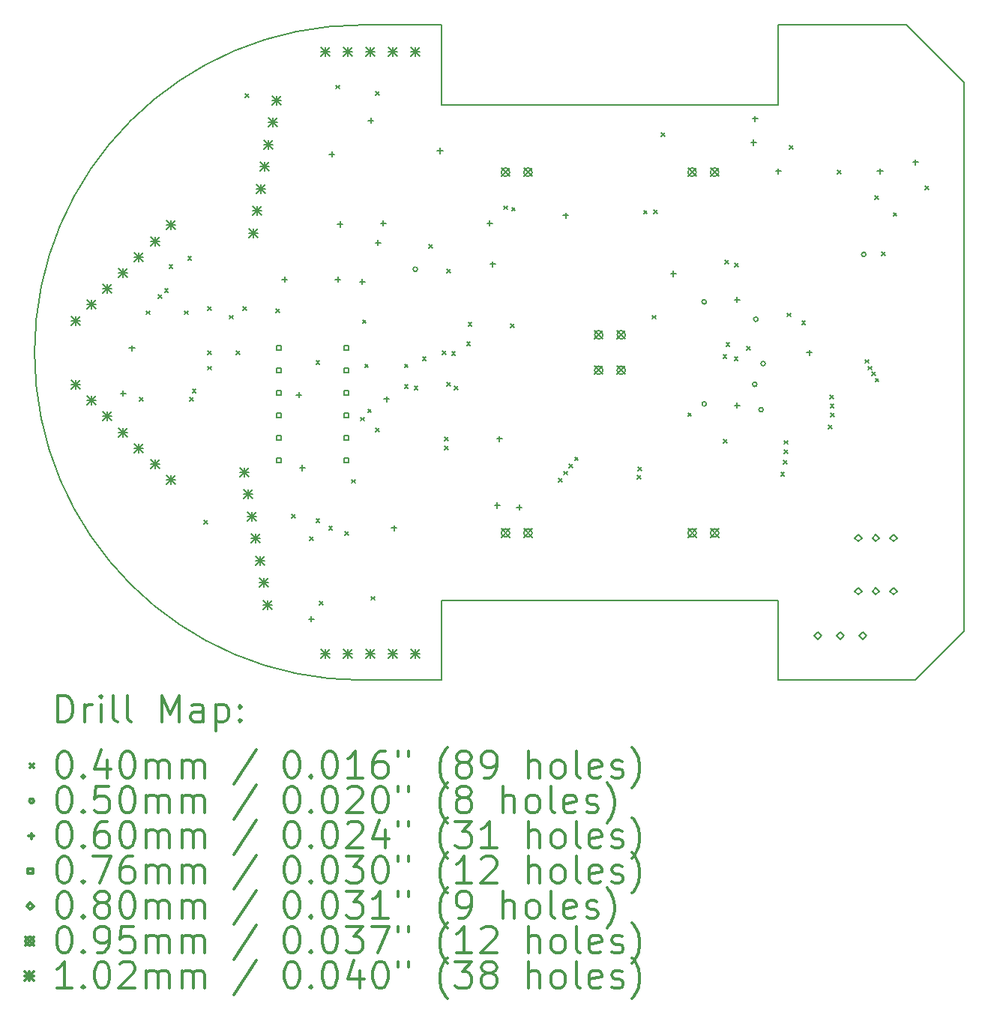
<source format=gbr>
%FSLAX45Y45*%
G04 Gerber Fmt 4.5, Leading zero omitted, Abs format (unit mm)*
G04 Created by KiCad (PCBNEW 4.0.2-stable) date 4/4/2016 10:35:26 AM*
%MOMM*%
G01*
G04 APERTURE LIST*
%ADD10C,0.127000*%
%ADD11C,0.150000*%
%ADD12C,0.200000*%
%ADD13C,0.300000*%
G04 APERTURE END LIST*
D10*
D11*
X21800000Y-5300000D02*
X23250000Y-5300000D01*
X21800000Y-12700000D02*
X23350000Y-12700000D01*
X23900000Y-12150000D02*
X23350000Y-12700000D01*
X23900000Y-5950000D02*
X23900000Y-12150000D01*
X23900000Y-5950000D02*
X23250000Y-5300000D01*
X17100000Y-12700000D02*
X17300000Y-12700000D01*
X13400000Y-9000000D02*
G75*
G03X17100000Y-12700000I3700000J0D01*
G01*
X17200000Y-5300000D02*
X17100000Y-5300000D01*
X17100000Y-5300000D02*
G75*
G03X13400000Y-9000000I0J-3700000D01*
G01*
X18000000Y-12700000D02*
X17300000Y-12700000D01*
X18000000Y-11800000D02*
X18000000Y-12700000D01*
X21800000Y-11800000D02*
X18000000Y-11800000D01*
X21800000Y-12700000D02*
X21800000Y-11800000D01*
X21800000Y-6200000D02*
X21800000Y-5300000D01*
X18300000Y-6200000D02*
X21800000Y-6200000D01*
X18000000Y-5300000D02*
X17200000Y-5300000D01*
X18000000Y-6200000D02*
X18000000Y-5300000D01*
X18300000Y-6200000D02*
X18000000Y-6200000D01*
D12*
X14588000Y-9505000D02*
X14628000Y-9545000D01*
X14628000Y-9505000D02*
X14588000Y-9545000D01*
X14662000Y-8529000D02*
X14702000Y-8569000D01*
X14702000Y-8529000D02*
X14662000Y-8569000D01*
X14797500Y-8350000D02*
X14837500Y-8390000D01*
X14837500Y-8350000D02*
X14797500Y-8390000D01*
X14870000Y-8280000D02*
X14910000Y-8320000D01*
X14910000Y-8280000D02*
X14870000Y-8320000D01*
X14920000Y-8007500D02*
X14960000Y-8047500D01*
X14960000Y-8007500D02*
X14920000Y-8047500D01*
X15097000Y-8529000D02*
X15137000Y-8569000D01*
X15137000Y-8529000D02*
X15097000Y-8569000D01*
X15132500Y-7912500D02*
X15172500Y-7952500D01*
X15172500Y-7912500D02*
X15132500Y-7952500D01*
X15151000Y-9505000D02*
X15191000Y-9545000D01*
X15191000Y-9505000D02*
X15151000Y-9545000D01*
X15182000Y-9414000D02*
X15222000Y-9454000D01*
X15222000Y-9414000D02*
X15182000Y-9454000D01*
X15312500Y-10897500D02*
X15352500Y-10937500D01*
X15352500Y-10897500D02*
X15312500Y-10937500D01*
X15355000Y-8480000D02*
X15395000Y-8520000D01*
X15395000Y-8480000D02*
X15355000Y-8520000D01*
X15355000Y-8980000D02*
X15395000Y-9020000D01*
X15395000Y-8980000D02*
X15355000Y-9020000D01*
X15355000Y-9155000D02*
X15395000Y-9195000D01*
X15395000Y-9155000D02*
X15355000Y-9195000D01*
X15605000Y-8580000D02*
X15645000Y-8620000D01*
X15645000Y-8580000D02*
X15605000Y-8620000D01*
X15680000Y-8980000D02*
X15720000Y-9020000D01*
X15720000Y-8980000D02*
X15680000Y-9020000D01*
X15755000Y-8480000D02*
X15795000Y-8520000D01*
X15795000Y-8480000D02*
X15755000Y-8520000D01*
X15780000Y-6080000D02*
X15820000Y-6120000D01*
X15820000Y-6080000D02*
X15780000Y-6120000D01*
X16130000Y-8505000D02*
X16170000Y-8545000D01*
X16170000Y-8505000D02*
X16130000Y-8545000D01*
X16305000Y-10830000D02*
X16345000Y-10870000D01*
X16345000Y-10830000D02*
X16305000Y-10870000D01*
X16505000Y-11080000D02*
X16545000Y-11120000D01*
X16545000Y-11080000D02*
X16505000Y-11120000D01*
X16580000Y-9092000D02*
X16620000Y-9132000D01*
X16620000Y-9092000D02*
X16580000Y-9132000D01*
X16580000Y-10880000D02*
X16620000Y-10920000D01*
X16620000Y-10880000D02*
X16580000Y-10920000D01*
X16618000Y-11809000D02*
X16658000Y-11849000D01*
X16658000Y-11809000D02*
X16618000Y-11849000D01*
X16723000Y-10963000D02*
X16763000Y-11003000D01*
X16763000Y-10963000D02*
X16723000Y-11003000D01*
X16805000Y-5980000D02*
X16845000Y-6020000D01*
X16845000Y-5980000D02*
X16805000Y-6020000D01*
X16906000Y-11025000D02*
X16946000Y-11065000D01*
X16946000Y-11025000D02*
X16906000Y-11065000D01*
X16983000Y-10433000D02*
X17023000Y-10473000D01*
X17023000Y-10433000D02*
X16983000Y-10473000D01*
X17083000Y-9732000D02*
X17123000Y-9772000D01*
X17123000Y-9732000D02*
X17083000Y-9772000D01*
X17105000Y-8630000D02*
X17145000Y-8670000D01*
X17145000Y-8630000D02*
X17105000Y-8670000D01*
X17130000Y-9130000D02*
X17170000Y-9170000D01*
X17170000Y-9130000D02*
X17130000Y-9170000D01*
X17164000Y-9639000D02*
X17204000Y-9679000D01*
X17204000Y-9639000D02*
X17164000Y-9679000D01*
X17205000Y-11755000D02*
X17245000Y-11795000D01*
X17245000Y-11755000D02*
X17205000Y-11795000D01*
X17255000Y-6055000D02*
X17295000Y-6095000D01*
X17295000Y-6055000D02*
X17255000Y-6095000D01*
X17255000Y-9855000D02*
X17295000Y-9895000D01*
X17295000Y-9855000D02*
X17255000Y-9895000D01*
X17578000Y-9365000D02*
X17618000Y-9405000D01*
X17618000Y-9365000D02*
X17578000Y-9405000D01*
X17580000Y-9130000D02*
X17620000Y-9170000D01*
X17620000Y-9130000D02*
X17580000Y-9170000D01*
X17690000Y-9377000D02*
X17730000Y-9417000D01*
X17730000Y-9377000D02*
X17690000Y-9417000D01*
X17783000Y-9052000D02*
X17823000Y-9092000D01*
X17823000Y-9052000D02*
X17783000Y-9092000D01*
X17855000Y-7780000D02*
X17895000Y-7820000D01*
X17895000Y-7780000D02*
X17855000Y-7820000D01*
X18005000Y-8985000D02*
X18045000Y-9025000D01*
X18045000Y-8985000D02*
X18005000Y-9025000D01*
X18030000Y-9955000D02*
X18070000Y-9995000D01*
X18070000Y-9955000D02*
X18030000Y-9995000D01*
X18030000Y-10055000D02*
X18070000Y-10095000D01*
X18070000Y-10055000D02*
X18030000Y-10095000D01*
X18060000Y-8060000D02*
X18100000Y-8100000D01*
X18100000Y-8060000D02*
X18060000Y-8100000D01*
X18060000Y-9340000D02*
X18100000Y-9380000D01*
X18100000Y-9340000D02*
X18060000Y-9380000D01*
X18113000Y-8993000D02*
X18153000Y-9033000D01*
X18153000Y-8993000D02*
X18113000Y-9033000D01*
X18140000Y-9380000D02*
X18180000Y-9420000D01*
X18180000Y-9380000D02*
X18140000Y-9420000D01*
X18281000Y-8881000D02*
X18321000Y-8921000D01*
X18321000Y-8881000D02*
X18281000Y-8921000D01*
X18298000Y-8658000D02*
X18338000Y-8698000D01*
X18338000Y-8658000D02*
X18298000Y-8698000D01*
X18700000Y-7343000D02*
X18740000Y-7383000D01*
X18740000Y-7343000D02*
X18700000Y-7383000D01*
X18780000Y-8680000D02*
X18820000Y-8720000D01*
X18820000Y-8680000D02*
X18780000Y-8720000D01*
X18789000Y-7360000D02*
X18829000Y-7400000D01*
X18829000Y-7360000D02*
X18789000Y-7400000D01*
X19320000Y-10420000D02*
X19360000Y-10460000D01*
X19360000Y-10420000D02*
X19320000Y-10460000D01*
X19380000Y-10340000D02*
X19420000Y-10380000D01*
X19420000Y-10340000D02*
X19380000Y-10380000D01*
X19440000Y-10260000D02*
X19480000Y-10300000D01*
X19480000Y-10260000D02*
X19440000Y-10300000D01*
X19500000Y-10180000D02*
X19540000Y-10220000D01*
X19540000Y-10180000D02*
X19500000Y-10220000D01*
X20209000Y-10389000D02*
X20249000Y-10429000D01*
X20249000Y-10389000D02*
X20209000Y-10429000D01*
X20219000Y-10296000D02*
X20259000Y-10336000D01*
X20259000Y-10296000D02*
X20219000Y-10336000D01*
X20280000Y-7395000D02*
X20320000Y-7435000D01*
X20320000Y-7395000D02*
X20280000Y-7435000D01*
X20380000Y-8580000D02*
X20420000Y-8620000D01*
X20420000Y-8580000D02*
X20380000Y-8620000D01*
X20395000Y-7390000D02*
X20435000Y-7430000D01*
X20435000Y-7390000D02*
X20395000Y-7430000D01*
X20480000Y-6520000D02*
X20520000Y-6560000D01*
X20520000Y-6520000D02*
X20480000Y-6560000D01*
X20780000Y-9680000D02*
X20820000Y-9720000D01*
X20820000Y-9680000D02*
X20780000Y-9720000D01*
X21177000Y-9026000D02*
X21217000Y-9066000D01*
X21217000Y-9026000D02*
X21177000Y-9066000D01*
X21180000Y-9980000D02*
X21220000Y-10020000D01*
X21220000Y-9980000D02*
X21180000Y-10020000D01*
X21200000Y-7960000D02*
X21240000Y-8000000D01*
X21240000Y-7960000D02*
X21200000Y-8000000D01*
X21211000Y-8890000D02*
X21251000Y-8930000D01*
X21251000Y-8890000D02*
X21211000Y-8930000D01*
X21305000Y-9049000D02*
X21345000Y-9089000D01*
X21345000Y-9049000D02*
X21305000Y-9089000D01*
X21307000Y-7994000D02*
X21347000Y-8034000D01*
X21347000Y-7994000D02*
X21307000Y-8034000D01*
X21446000Y-8933000D02*
X21486000Y-8973000D01*
X21486000Y-8933000D02*
X21446000Y-8973000D01*
X21830000Y-10355000D02*
X21870000Y-10395000D01*
X21870000Y-10355000D02*
X21830000Y-10395000D01*
X21860000Y-10220000D02*
X21900000Y-10260000D01*
X21900000Y-10220000D02*
X21860000Y-10260000D01*
X21868500Y-9993500D02*
X21908500Y-10033500D01*
X21908500Y-9993500D02*
X21868500Y-10033500D01*
X21870000Y-10100000D02*
X21910000Y-10140000D01*
X21910000Y-10100000D02*
X21870000Y-10140000D01*
X21904000Y-8555000D02*
X21944000Y-8595000D01*
X21944000Y-8555000D02*
X21904000Y-8595000D01*
X21925000Y-6660000D02*
X21965000Y-6700000D01*
X21965000Y-6660000D02*
X21925000Y-6700000D01*
X22066000Y-8645000D02*
X22106000Y-8685000D01*
X22106000Y-8645000D02*
X22066000Y-8685000D01*
X22365000Y-9820000D02*
X22405000Y-9860000D01*
X22405000Y-9820000D02*
X22365000Y-9860000D01*
X22381000Y-9481000D02*
X22421000Y-9521000D01*
X22421000Y-9481000D02*
X22381000Y-9521000D01*
X22387500Y-9582500D02*
X22427500Y-9622500D01*
X22427500Y-9582500D02*
X22387500Y-9622500D01*
X22392500Y-9687500D02*
X22432500Y-9727500D01*
X22432500Y-9687500D02*
X22392500Y-9727500D01*
X22470000Y-6940000D02*
X22510000Y-6980000D01*
X22510000Y-6940000D02*
X22470000Y-6980000D01*
X22780000Y-9080000D02*
X22820000Y-9120000D01*
X22820000Y-9080000D02*
X22780000Y-9120000D01*
X22815000Y-9155000D02*
X22855000Y-9195000D01*
X22855000Y-9155000D02*
X22815000Y-9195000D01*
X22860000Y-9220000D02*
X22900000Y-9260000D01*
X22900000Y-9220000D02*
X22860000Y-9260000D01*
X22890000Y-7230000D02*
X22930000Y-7270000D01*
X22930000Y-7230000D02*
X22890000Y-7270000D01*
X22895000Y-9290000D02*
X22935000Y-9330000D01*
X22935000Y-9290000D02*
X22895000Y-9330000D01*
X22970000Y-7865000D02*
X23010000Y-7905000D01*
X23010000Y-7865000D02*
X22970000Y-7905000D01*
X23100000Y-7420000D02*
X23140000Y-7460000D01*
X23140000Y-7420000D02*
X23100000Y-7460000D01*
X23460000Y-7120000D02*
X23500000Y-7160000D01*
X23500000Y-7120000D02*
X23460000Y-7160000D01*
X17725000Y-8060000D02*
G75*
G03X17725000Y-8060000I-25000J0D01*
G01*
X20988000Y-8428000D02*
G75*
G03X20988000Y-8428000I-25000J0D01*
G01*
X20989000Y-9581000D02*
G75*
G03X20989000Y-9581000I-25000J0D01*
G01*
X21559000Y-9360000D02*
G75*
G03X21559000Y-9360000I-25000J0D01*
G01*
X21572000Y-8624000D02*
G75*
G03X21572000Y-8624000I-25000J0D01*
G01*
X21631000Y-9645000D02*
G75*
G03X21631000Y-9645000I-25000J0D01*
G01*
X21653000Y-9125000D02*
G75*
G03X21653000Y-9125000I-25000J0D01*
G01*
X22791000Y-7891000D02*
G75*
G03X22791000Y-7891000I-25000J0D01*
G01*
X14400000Y-9430000D02*
X14400000Y-9490000D01*
X14370000Y-9460000D02*
X14430000Y-9460000D01*
X14500000Y-8920000D02*
X14500000Y-8980000D01*
X14470000Y-8950000D02*
X14530000Y-8950000D01*
X16225000Y-8145000D02*
X16225000Y-8205000D01*
X16195000Y-8175000D02*
X16255000Y-8175000D01*
X16386000Y-9450000D02*
X16386000Y-9510000D01*
X16356000Y-9480000D02*
X16416000Y-9480000D01*
X16425000Y-10272000D02*
X16425000Y-10332000D01*
X16395000Y-10302000D02*
X16455000Y-10302000D01*
X16527000Y-11978000D02*
X16527000Y-12038000D01*
X16497000Y-12008000D02*
X16557000Y-12008000D01*
X16760000Y-6730000D02*
X16760000Y-6790000D01*
X16730000Y-6760000D02*
X16790000Y-6760000D01*
X16825000Y-8145000D02*
X16825000Y-8205000D01*
X16795000Y-8175000D02*
X16855000Y-8175000D01*
X16850000Y-7520000D02*
X16850000Y-7580000D01*
X16820000Y-7550000D02*
X16880000Y-7550000D01*
X17100000Y-8170000D02*
X17100000Y-8230000D01*
X17070000Y-8200000D02*
X17130000Y-8200000D01*
X17200000Y-6350000D02*
X17200000Y-6410000D01*
X17170000Y-6380000D02*
X17230000Y-6380000D01*
X17280000Y-7730000D02*
X17280000Y-7790000D01*
X17250000Y-7760000D02*
X17310000Y-7760000D01*
X17340000Y-7510000D02*
X17340000Y-7570000D01*
X17310000Y-7540000D02*
X17370000Y-7540000D01*
X17375000Y-9495000D02*
X17375000Y-9555000D01*
X17345000Y-9525000D02*
X17405000Y-9525000D01*
X17460000Y-10950000D02*
X17460000Y-11010000D01*
X17430000Y-10980000D02*
X17490000Y-10980000D01*
X17980000Y-6690000D02*
X17980000Y-6750000D01*
X17950000Y-6720000D02*
X18010000Y-6720000D01*
X18540000Y-7510000D02*
X18540000Y-7570000D01*
X18510000Y-7540000D02*
X18570000Y-7540000D01*
X18575000Y-7970000D02*
X18575000Y-8030000D01*
X18545000Y-8000000D02*
X18605000Y-8000000D01*
X18625000Y-10695000D02*
X18625000Y-10755000D01*
X18595000Y-10725000D02*
X18655000Y-10725000D01*
X18650000Y-9945000D02*
X18650000Y-10005000D01*
X18620000Y-9975000D02*
X18680000Y-9975000D01*
X18875000Y-10720000D02*
X18875000Y-10780000D01*
X18845000Y-10750000D02*
X18905000Y-10750000D01*
X19400000Y-7420000D02*
X19400000Y-7480000D01*
X19370000Y-7450000D02*
X19430000Y-7450000D01*
X20616500Y-8078500D02*
X20616500Y-8138500D01*
X20586500Y-8108500D02*
X20646500Y-8108500D01*
X21334250Y-8371500D02*
X21334250Y-8431500D01*
X21304250Y-8401500D02*
X21364250Y-8401500D01*
X21334250Y-9568500D02*
X21334250Y-9628500D01*
X21304250Y-9598500D02*
X21364250Y-9598500D01*
X21522500Y-6597500D02*
X21522500Y-6657500D01*
X21492500Y-6627500D02*
X21552500Y-6627500D01*
X21537500Y-6327500D02*
X21537500Y-6387500D01*
X21507500Y-6357500D02*
X21567500Y-6357500D01*
X21800000Y-6920000D02*
X21800000Y-6980000D01*
X21770000Y-6950000D02*
X21830000Y-6950000D01*
X22150000Y-8970000D02*
X22150000Y-9030000D01*
X22120000Y-9000000D02*
X22180000Y-9000000D01*
X22950000Y-6920000D02*
X22950000Y-6980000D01*
X22920000Y-6950000D02*
X22980000Y-6950000D01*
X23350000Y-6820000D02*
X23350000Y-6880000D01*
X23320000Y-6850000D02*
X23380000Y-6850000D01*
X16185941Y-8971941D02*
X16185941Y-8918059D01*
X16132059Y-8918059D01*
X16132059Y-8971941D01*
X16185941Y-8971941D01*
X16185941Y-9225941D02*
X16185941Y-9172059D01*
X16132059Y-9172059D01*
X16132059Y-9225941D01*
X16185941Y-9225941D01*
X16185941Y-9479941D02*
X16185941Y-9426059D01*
X16132059Y-9426059D01*
X16132059Y-9479941D01*
X16185941Y-9479941D01*
X16185941Y-9733941D02*
X16185941Y-9680059D01*
X16132059Y-9680059D01*
X16132059Y-9733941D01*
X16185941Y-9733941D01*
X16185941Y-9987941D02*
X16185941Y-9934059D01*
X16132059Y-9934059D01*
X16132059Y-9987941D01*
X16185941Y-9987941D01*
X16185941Y-10241941D02*
X16185941Y-10188059D01*
X16132059Y-10188059D01*
X16132059Y-10241941D01*
X16185941Y-10241941D01*
X16947941Y-8971941D02*
X16947941Y-8918059D01*
X16894059Y-8918059D01*
X16894059Y-8971941D01*
X16947941Y-8971941D01*
X16947941Y-9225941D02*
X16947941Y-9172059D01*
X16894059Y-9172059D01*
X16894059Y-9225941D01*
X16947941Y-9225941D01*
X16947941Y-9479941D02*
X16947941Y-9426059D01*
X16894059Y-9426059D01*
X16894059Y-9479941D01*
X16947941Y-9479941D01*
X16947941Y-9733941D02*
X16947941Y-9680059D01*
X16894059Y-9680059D01*
X16894059Y-9733941D01*
X16947941Y-9733941D01*
X16947941Y-9987941D02*
X16947941Y-9934059D01*
X16894059Y-9934059D01*
X16894059Y-9987941D01*
X16947941Y-9987941D01*
X16947941Y-10241941D02*
X16947941Y-10188059D01*
X16894059Y-10188059D01*
X16894059Y-10241941D01*
X16947941Y-10241941D01*
X22246000Y-12240000D02*
X22286000Y-12200000D01*
X22246000Y-12160000D01*
X22206000Y-12200000D01*
X22246000Y-12240000D01*
X22500000Y-12240000D02*
X22540000Y-12200000D01*
X22500000Y-12160000D01*
X22460000Y-12200000D01*
X22500000Y-12240000D01*
X22702750Y-11135250D02*
X22742750Y-11095250D01*
X22702750Y-11055250D01*
X22662750Y-11095250D01*
X22702750Y-11135250D01*
X22702750Y-11735250D02*
X22742750Y-11695250D01*
X22702750Y-11655250D01*
X22662750Y-11695250D01*
X22702750Y-11735250D01*
X22754000Y-12240000D02*
X22794000Y-12200000D01*
X22754000Y-12160000D01*
X22714000Y-12200000D01*
X22754000Y-12240000D01*
X22902750Y-11135250D02*
X22942750Y-11095250D01*
X22902750Y-11055250D01*
X22862750Y-11095250D01*
X22902750Y-11135250D01*
X22902750Y-11735250D02*
X22942750Y-11695250D01*
X22902750Y-11655250D01*
X22862750Y-11695250D01*
X22902750Y-11735250D01*
X23102750Y-11135250D02*
X23142750Y-11095250D01*
X23102750Y-11055250D01*
X23062750Y-11095250D01*
X23102750Y-11135250D01*
X23102750Y-11735250D02*
X23142750Y-11695250D01*
X23102750Y-11655250D01*
X23062750Y-11695250D01*
X23102750Y-11735250D01*
X18671500Y-6915000D02*
X18766500Y-7010000D01*
X18766500Y-6915000D02*
X18671500Y-7010000D01*
X18766500Y-6962500D02*
G75*
G03X18766500Y-6962500I-47500J0D01*
G01*
X18671500Y-10990000D02*
X18766500Y-11085000D01*
X18766500Y-10990000D02*
X18671500Y-11085000D01*
X18766500Y-11037500D02*
G75*
G03X18766500Y-11037500I-47500J0D01*
G01*
X18925500Y-6915000D02*
X19020500Y-7010000D01*
X19020500Y-6915000D02*
X18925500Y-7010000D01*
X19020500Y-6962500D02*
G75*
G03X19020500Y-6962500I-47500J0D01*
G01*
X18925500Y-10990000D02*
X19020500Y-11085000D01*
X19020500Y-10990000D02*
X18925500Y-11085000D01*
X19020500Y-11037500D02*
G75*
G03X19020500Y-11037500I-47500J0D01*
G01*
X19725500Y-8752500D02*
X19820500Y-8847500D01*
X19820500Y-8752500D02*
X19725500Y-8847500D01*
X19820500Y-8800000D02*
G75*
G03X19820500Y-8800000I-47500J0D01*
G01*
X19725500Y-9152500D02*
X19820500Y-9247500D01*
X19820500Y-9152500D02*
X19725500Y-9247500D01*
X19820500Y-9200000D02*
G75*
G03X19820500Y-9200000I-47500J0D01*
G01*
X19979500Y-8752500D02*
X20074500Y-8847500D01*
X20074500Y-8752500D02*
X19979500Y-8847500D01*
X20074500Y-8800000D02*
G75*
G03X20074500Y-8800000I-47500J0D01*
G01*
X19979500Y-9152500D02*
X20074500Y-9247500D01*
X20074500Y-9152500D02*
X19979500Y-9247500D01*
X20074500Y-9200000D02*
G75*
G03X20074500Y-9200000I-47500J0D01*
G01*
X20779500Y-6915000D02*
X20874500Y-7010000D01*
X20874500Y-6915000D02*
X20779500Y-7010000D01*
X20874500Y-6962500D02*
G75*
G03X20874500Y-6962500I-47500J0D01*
G01*
X20779500Y-10990000D02*
X20874500Y-11085000D01*
X20874500Y-10990000D02*
X20779500Y-11085000D01*
X20874500Y-11037500D02*
G75*
G03X20874500Y-11037500I-47500J0D01*
G01*
X21033500Y-6915000D02*
X21128500Y-7010000D01*
X21128500Y-6915000D02*
X21033500Y-7010000D01*
X21128500Y-6962500D02*
G75*
G03X21128500Y-6962500I-47500J0D01*
G01*
X21033500Y-10990000D02*
X21128500Y-11085000D01*
X21128500Y-10990000D02*
X21033500Y-11085000D01*
X21128500Y-11037500D02*
G75*
G03X21128500Y-11037500I-47500J0D01*
G01*
X13810385Y-8588015D02*
X13911985Y-8689615D01*
X13911985Y-8588015D02*
X13810385Y-8689615D01*
X13861185Y-8588015D02*
X13861185Y-8689615D01*
X13810385Y-8638815D02*
X13911985Y-8638815D01*
X13810385Y-9310385D02*
X13911985Y-9411985D01*
X13911985Y-9310385D02*
X13810385Y-9411985D01*
X13861185Y-9310385D02*
X13861185Y-9411985D01*
X13810385Y-9361185D02*
X13911985Y-9361185D01*
X13989990Y-8408410D02*
X14091590Y-8510010D01*
X14091590Y-8408410D02*
X13989990Y-8510010D01*
X14040790Y-8408410D02*
X14040790Y-8510010D01*
X13989990Y-8459210D02*
X14091590Y-8459210D01*
X13989990Y-9489990D02*
X14091590Y-9591590D01*
X14091590Y-9489990D02*
X13989990Y-9591590D01*
X14040790Y-9489990D02*
X14040790Y-9591590D01*
X13989990Y-9540790D02*
X14091590Y-9540790D01*
X14169595Y-8228805D02*
X14271195Y-8330405D01*
X14271195Y-8228805D02*
X14169595Y-8330405D01*
X14220395Y-8228805D02*
X14220395Y-8330405D01*
X14169595Y-8279605D02*
X14271195Y-8279605D01*
X14169595Y-9669595D02*
X14271195Y-9771195D01*
X14271195Y-9669595D02*
X14169595Y-9771195D01*
X14220395Y-9669595D02*
X14220395Y-9771195D01*
X14169595Y-9720395D02*
X14271195Y-9720395D01*
X14349200Y-8049200D02*
X14450800Y-8150800D01*
X14450800Y-8049200D02*
X14349200Y-8150800D01*
X14400000Y-8049200D02*
X14400000Y-8150800D01*
X14349200Y-8100000D02*
X14450800Y-8100000D01*
X14349200Y-9849200D02*
X14450800Y-9950800D01*
X14450800Y-9849200D02*
X14349200Y-9950800D01*
X14400000Y-9849200D02*
X14400000Y-9950800D01*
X14349200Y-9900000D02*
X14450800Y-9900000D01*
X14528805Y-7869595D02*
X14630405Y-7971195D01*
X14630405Y-7869595D02*
X14528805Y-7971195D01*
X14579605Y-7869595D02*
X14579605Y-7971195D01*
X14528805Y-7920395D02*
X14630405Y-7920395D01*
X14528805Y-10028805D02*
X14630405Y-10130405D01*
X14630405Y-10028805D02*
X14528805Y-10130405D01*
X14579605Y-10028805D02*
X14579605Y-10130405D01*
X14528805Y-10079605D02*
X14630405Y-10079605D01*
X14708410Y-7689990D02*
X14810010Y-7791590D01*
X14810010Y-7689990D02*
X14708410Y-7791590D01*
X14759210Y-7689990D02*
X14759210Y-7791590D01*
X14708410Y-7740790D02*
X14810010Y-7740790D01*
X14708410Y-10208410D02*
X14810010Y-10310010D01*
X14810010Y-10208410D02*
X14708410Y-10310010D01*
X14759210Y-10208410D02*
X14759210Y-10310010D01*
X14708410Y-10259210D02*
X14810010Y-10259210D01*
X14888015Y-7510385D02*
X14989615Y-7611985D01*
X14989615Y-7510385D02*
X14888015Y-7611985D01*
X14938815Y-7510385D02*
X14938815Y-7611985D01*
X14888015Y-7561185D02*
X14989615Y-7561185D01*
X14888015Y-10388015D02*
X14989615Y-10489615D01*
X14989615Y-10388015D02*
X14888015Y-10489615D01*
X14938815Y-10388015D02*
X14938815Y-10489615D01*
X14888015Y-10438815D02*
X14989615Y-10438815D01*
X15716880Y-10298777D02*
X15818480Y-10400377D01*
X15818480Y-10298777D02*
X15716880Y-10400377D01*
X15767680Y-10298777D02*
X15767680Y-10400377D01*
X15716880Y-10349577D02*
X15818480Y-10349577D01*
X15760987Y-10548918D02*
X15862587Y-10650518D01*
X15862587Y-10548918D02*
X15760987Y-10650518D01*
X15811787Y-10548918D02*
X15811787Y-10650518D01*
X15760987Y-10599718D02*
X15862587Y-10599718D01*
X15805093Y-10799059D02*
X15906693Y-10900659D01*
X15906693Y-10799059D02*
X15805093Y-10900659D01*
X15855893Y-10799059D02*
X15855893Y-10900659D01*
X15805093Y-10849859D02*
X15906693Y-10849859D01*
X15816880Y-7599623D02*
X15918480Y-7701223D01*
X15918480Y-7599623D02*
X15816880Y-7701223D01*
X15867680Y-7599623D02*
X15867680Y-7701223D01*
X15816880Y-7650423D02*
X15918480Y-7650423D01*
X15849200Y-11049200D02*
X15950800Y-11150800D01*
X15950800Y-11049200D02*
X15849200Y-11150800D01*
X15900000Y-11049200D02*
X15900000Y-11150800D01*
X15849200Y-11100000D02*
X15950800Y-11100000D01*
X15860987Y-7349482D02*
X15962587Y-7451082D01*
X15962587Y-7349482D02*
X15860987Y-7451082D01*
X15911787Y-7349482D02*
X15911787Y-7451082D01*
X15860987Y-7400282D02*
X15962587Y-7400282D01*
X15893307Y-11299341D02*
X15994907Y-11400941D01*
X15994907Y-11299341D02*
X15893307Y-11400941D01*
X15944107Y-11299341D02*
X15944107Y-11400941D01*
X15893307Y-11350141D02*
X15994907Y-11350141D01*
X15905093Y-7099341D02*
X16006693Y-7200941D01*
X16006693Y-7099341D02*
X15905093Y-7200941D01*
X15955893Y-7099341D02*
X15955893Y-7200941D01*
X15905093Y-7150141D02*
X16006693Y-7150141D01*
X15937413Y-11549482D02*
X16039013Y-11651082D01*
X16039013Y-11549482D02*
X15937413Y-11651082D01*
X15988213Y-11549482D02*
X15988213Y-11651082D01*
X15937413Y-11600282D02*
X16039013Y-11600282D01*
X15949200Y-6849200D02*
X16050800Y-6950800D01*
X16050800Y-6849200D02*
X15949200Y-6950800D01*
X16000000Y-6849200D02*
X16000000Y-6950800D01*
X15949200Y-6900000D02*
X16050800Y-6900000D01*
X15981520Y-11799623D02*
X16083120Y-11901223D01*
X16083120Y-11799623D02*
X15981520Y-11901223D01*
X16032320Y-11799623D02*
X16032320Y-11901223D01*
X15981520Y-11850423D02*
X16083120Y-11850423D01*
X15993307Y-6599059D02*
X16094907Y-6700659D01*
X16094907Y-6599059D02*
X15993307Y-6700659D01*
X16044107Y-6599059D02*
X16044107Y-6700659D01*
X15993307Y-6649859D02*
X16094907Y-6649859D01*
X16037413Y-6348918D02*
X16139013Y-6450518D01*
X16139013Y-6348918D02*
X16037413Y-6450518D01*
X16088213Y-6348918D02*
X16088213Y-6450518D01*
X16037413Y-6399718D02*
X16139013Y-6399718D01*
X16081520Y-6098776D02*
X16183120Y-6200376D01*
X16183120Y-6098776D02*
X16081520Y-6200376D01*
X16132320Y-6098776D02*
X16132320Y-6200376D01*
X16081520Y-6149576D02*
X16183120Y-6149576D01*
X16633200Y-5549200D02*
X16734800Y-5650800D01*
X16734800Y-5549200D02*
X16633200Y-5650800D01*
X16684000Y-5549200D02*
X16684000Y-5650800D01*
X16633200Y-5600000D02*
X16734800Y-5600000D01*
X16633200Y-12349200D02*
X16734800Y-12450800D01*
X16734800Y-12349200D02*
X16633200Y-12450800D01*
X16684000Y-12349200D02*
X16684000Y-12450800D01*
X16633200Y-12400000D02*
X16734800Y-12400000D01*
X16887200Y-5549200D02*
X16988800Y-5650800D01*
X16988800Y-5549200D02*
X16887200Y-5650800D01*
X16938000Y-5549200D02*
X16938000Y-5650800D01*
X16887200Y-5600000D02*
X16988800Y-5600000D01*
X16887200Y-12349200D02*
X16988800Y-12450800D01*
X16988800Y-12349200D02*
X16887200Y-12450800D01*
X16938000Y-12349200D02*
X16938000Y-12450800D01*
X16887200Y-12400000D02*
X16988800Y-12400000D01*
X17141200Y-5549200D02*
X17242800Y-5650800D01*
X17242800Y-5549200D02*
X17141200Y-5650800D01*
X17192000Y-5549200D02*
X17192000Y-5650800D01*
X17141200Y-5600000D02*
X17242800Y-5600000D01*
X17141200Y-12349200D02*
X17242800Y-12450800D01*
X17242800Y-12349200D02*
X17141200Y-12450800D01*
X17192000Y-12349200D02*
X17192000Y-12450800D01*
X17141200Y-12400000D02*
X17242800Y-12400000D01*
X17395200Y-5549200D02*
X17496800Y-5650800D01*
X17496800Y-5549200D02*
X17395200Y-5650800D01*
X17446000Y-5549200D02*
X17446000Y-5650800D01*
X17395200Y-5600000D02*
X17496800Y-5600000D01*
X17395200Y-12349200D02*
X17496800Y-12450800D01*
X17496800Y-12349200D02*
X17395200Y-12450800D01*
X17446000Y-12349200D02*
X17446000Y-12450800D01*
X17395200Y-12400000D02*
X17496800Y-12400000D01*
X17649200Y-5549200D02*
X17750800Y-5650800D01*
X17750800Y-5549200D02*
X17649200Y-5650800D01*
X17700000Y-5549200D02*
X17700000Y-5650800D01*
X17649200Y-5600000D02*
X17750800Y-5600000D01*
X17649200Y-12349200D02*
X17750800Y-12450800D01*
X17750800Y-12349200D02*
X17649200Y-12450800D01*
X17700000Y-12349200D02*
X17700000Y-12450800D01*
X17649200Y-12400000D02*
X17750800Y-12400000D01*
D13*
X13663928Y-13173214D02*
X13663928Y-12873214D01*
X13735357Y-12873214D01*
X13778214Y-12887500D01*
X13806786Y-12916071D01*
X13821071Y-12944643D01*
X13835357Y-13001786D01*
X13835357Y-13044643D01*
X13821071Y-13101786D01*
X13806786Y-13130357D01*
X13778214Y-13158929D01*
X13735357Y-13173214D01*
X13663928Y-13173214D01*
X13963928Y-13173214D02*
X13963928Y-12973214D01*
X13963928Y-13030357D02*
X13978214Y-13001786D01*
X13992500Y-12987500D01*
X14021071Y-12973214D01*
X14049643Y-12973214D01*
X14149643Y-13173214D02*
X14149643Y-12973214D01*
X14149643Y-12873214D02*
X14135357Y-12887500D01*
X14149643Y-12901786D01*
X14163928Y-12887500D01*
X14149643Y-12873214D01*
X14149643Y-12901786D01*
X14335357Y-13173214D02*
X14306786Y-13158929D01*
X14292500Y-13130357D01*
X14292500Y-12873214D01*
X14492500Y-13173214D02*
X14463928Y-13158929D01*
X14449643Y-13130357D01*
X14449643Y-12873214D01*
X14835357Y-13173214D02*
X14835357Y-12873214D01*
X14935357Y-13087500D01*
X15035357Y-12873214D01*
X15035357Y-13173214D01*
X15306786Y-13173214D02*
X15306786Y-13016071D01*
X15292500Y-12987500D01*
X15263928Y-12973214D01*
X15206786Y-12973214D01*
X15178214Y-12987500D01*
X15306786Y-13158929D02*
X15278214Y-13173214D01*
X15206786Y-13173214D01*
X15178214Y-13158929D01*
X15163928Y-13130357D01*
X15163928Y-13101786D01*
X15178214Y-13073214D01*
X15206786Y-13058929D01*
X15278214Y-13058929D01*
X15306786Y-13044643D01*
X15449643Y-12973214D02*
X15449643Y-13273214D01*
X15449643Y-12987500D02*
X15478214Y-12973214D01*
X15535357Y-12973214D01*
X15563928Y-12987500D01*
X15578214Y-13001786D01*
X15592500Y-13030357D01*
X15592500Y-13116071D01*
X15578214Y-13144643D01*
X15563928Y-13158929D01*
X15535357Y-13173214D01*
X15478214Y-13173214D01*
X15449643Y-13158929D01*
X15721071Y-13144643D02*
X15735357Y-13158929D01*
X15721071Y-13173214D01*
X15706786Y-13158929D01*
X15721071Y-13144643D01*
X15721071Y-13173214D01*
X15721071Y-12987500D02*
X15735357Y-13001786D01*
X15721071Y-13016071D01*
X15706786Y-13001786D01*
X15721071Y-12987500D01*
X15721071Y-13016071D01*
X13352500Y-13647500D02*
X13392500Y-13687500D01*
X13392500Y-13647500D02*
X13352500Y-13687500D01*
X13721071Y-13503214D02*
X13749643Y-13503214D01*
X13778214Y-13517500D01*
X13792500Y-13531786D01*
X13806786Y-13560357D01*
X13821071Y-13617500D01*
X13821071Y-13688929D01*
X13806786Y-13746071D01*
X13792500Y-13774643D01*
X13778214Y-13788929D01*
X13749643Y-13803214D01*
X13721071Y-13803214D01*
X13692500Y-13788929D01*
X13678214Y-13774643D01*
X13663928Y-13746071D01*
X13649643Y-13688929D01*
X13649643Y-13617500D01*
X13663928Y-13560357D01*
X13678214Y-13531786D01*
X13692500Y-13517500D01*
X13721071Y-13503214D01*
X13949643Y-13774643D02*
X13963928Y-13788929D01*
X13949643Y-13803214D01*
X13935357Y-13788929D01*
X13949643Y-13774643D01*
X13949643Y-13803214D01*
X14221071Y-13603214D02*
X14221071Y-13803214D01*
X14149643Y-13488929D02*
X14078214Y-13703214D01*
X14263928Y-13703214D01*
X14435357Y-13503214D02*
X14463928Y-13503214D01*
X14492500Y-13517500D01*
X14506786Y-13531786D01*
X14521071Y-13560357D01*
X14535357Y-13617500D01*
X14535357Y-13688929D01*
X14521071Y-13746071D01*
X14506786Y-13774643D01*
X14492500Y-13788929D01*
X14463928Y-13803214D01*
X14435357Y-13803214D01*
X14406786Y-13788929D01*
X14392500Y-13774643D01*
X14378214Y-13746071D01*
X14363928Y-13688929D01*
X14363928Y-13617500D01*
X14378214Y-13560357D01*
X14392500Y-13531786D01*
X14406786Y-13517500D01*
X14435357Y-13503214D01*
X14663928Y-13803214D02*
X14663928Y-13603214D01*
X14663928Y-13631786D02*
X14678214Y-13617500D01*
X14706786Y-13603214D01*
X14749643Y-13603214D01*
X14778214Y-13617500D01*
X14792500Y-13646071D01*
X14792500Y-13803214D01*
X14792500Y-13646071D02*
X14806786Y-13617500D01*
X14835357Y-13603214D01*
X14878214Y-13603214D01*
X14906786Y-13617500D01*
X14921071Y-13646071D01*
X14921071Y-13803214D01*
X15063928Y-13803214D02*
X15063928Y-13603214D01*
X15063928Y-13631786D02*
X15078214Y-13617500D01*
X15106786Y-13603214D01*
X15149643Y-13603214D01*
X15178214Y-13617500D01*
X15192500Y-13646071D01*
X15192500Y-13803214D01*
X15192500Y-13646071D02*
X15206786Y-13617500D01*
X15235357Y-13603214D01*
X15278214Y-13603214D01*
X15306786Y-13617500D01*
X15321071Y-13646071D01*
X15321071Y-13803214D01*
X15906786Y-13488929D02*
X15649643Y-13874643D01*
X16292500Y-13503214D02*
X16321071Y-13503214D01*
X16349643Y-13517500D01*
X16363928Y-13531786D01*
X16378214Y-13560357D01*
X16392500Y-13617500D01*
X16392500Y-13688929D01*
X16378214Y-13746071D01*
X16363928Y-13774643D01*
X16349643Y-13788929D01*
X16321071Y-13803214D01*
X16292500Y-13803214D01*
X16263928Y-13788929D01*
X16249643Y-13774643D01*
X16235357Y-13746071D01*
X16221071Y-13688929D01*
X16221071Y-13617500D01*
X16235357Y-13560357D01*
X16249643Y-13531786D01*
X16263928Y-13517500D01*
X16292500Y-13503214D01*
X16521071Y-13774643D02*
X16535357Y-13788929D01*
X16521071Y-13803214D01*
X16506786Y-13788929D01*
X16521071Y-13774643D01*
X16521071Y-13803214D01*
X16721071Y-13503214D02*
X16749643Y-13503214D01*
X16778214Y-13517500D01*
X16792500Y-13531786D01*
X16806786Y-13560357D01*
X16821071Y-13617500D01*
X16821071Y-13688929D01*
X16806786Y-13746071D01*
X16792500Y-13774643D01*
X16778214Y-13788929D01*
X16749643Y-13803214D01*
X16721071Y-13803214D01*
X16692500Y-13788929D01*
X16678214Y-13774643D01*
X16663928Y-13746071D01*
X16649643Y-13688929D01*
X16649643Y-13617500D01*
X16663928Y-13560357D01*
X16678214Y-13531786D01*
X16692500Y-13517500D01*
X16721071Y-13503214D01*
X17106786Y-13803214D02*
X16935357Y-13803214D01*
X17021071Y-13803214D02*
X17021071Y-13503214D01*
X16992500Y-13546071D01*
X16963928Y-13574643D01*
X16935357Y-13588929D01*
X17363928Y-13503214D02*
X17306786Y-13503214D01*
X17278214Y-13517500D01*
X17263928Y-13531786D01*
X17235357Y-13574643D01*
X17221071Y-13631786D01*
X17221071Y-13746071D01*
X17235357Y-13774643D01*
X17249643Y-13788929D01*
X17278214Y-13803214D01*
X17335357Y-13803214D01*
X17363928Y-13788929D01*
X17378214Y-13774643D01*
X17392500Y-13746071D01*
X17392500Y-13674643D01*
X17378214Y-13646071D01*
X17363928Y-13631786D01*
X17335357Y-13617500D01*
X17278214Y-13617500D01*
X17249643Y-13631786D01*
X17235357Y-13646071D01*
X17221071Y-13674643D01*
X17506786Y-13503214D02*
X17506786Y-13560357D01*
X17621071Y-13503214D02*
X17621071Y-13560357D01*
X18063928Y-13917500D02*
X18049643Y-13903214D01*
X18021071Y-13860357D01*
X18006786Y-13831786D01*
X17992500Y-13788929D01*
X17978214Y-13717500D01*
X17978214Y-13660357D01*
X17992500Y-13588929D01*
X18006786Y-13546071D01*
X18021071Y-13517500D01*
X18049643Y-13474643D01*
X18063928Y-13460357D01*
X18221071Y-13631786D02*
X18192500Y-13617500D01*
X18178214Y-13603214D01*
X18163928Y-13574643D01*
X18163928Y-13560357D01*
X18178214Y-13531786D01*
X18192500Y-13517500D01*
X18221071Y-13503214D01*
X18278214Y-13503214D01*
X18306786Y-13517500D01*
X18321071Y-13531786D01*
X18335357Y-13560357D01*
X18335357Y-13574643D01*
X18321071Y-13603214D01*
X18306786Y-13617500D01*
X18278214Y-13631786D01*
X18221071Y-13631786D01*
X18192500Y-13646071D01*
X18178214Y-13660357D01*
X18163928Y-13688929D01*
X18163928Y-13746071D01*
X18178214Y-13774643D01*
X18192500Y-13788929D01*
X18221071Y-13803214D01*
X18278214Y-13803214D01*
X18306786Y-13788929D01*
X18321071Y-13774643D01*
X18335357Y-13746071D01*
X18335357Y-13688929D01*
X18321071Y-13660357D01*
X18306786Y-13646071D01*
X18278214Y-13631786D01*
X18478214Y-13803214D02*
X18535357Y-13803214D01*
X18563928Y-13788929D01*
X18578214Y-13774643D01*
X18606786Y-13731786D01*
X18621071Y-13674643D01*
X18621071Y-13560357D01*
X18606786Y-13531786D01*
X18592500Y-13517500D01*
X18563928Y-13503214D01*
X18506786Y-13503214D01*
X18478214Y-13517500D01*
X18463928Y-13531786D01*
X18449643Y-13560357D01*
X18449643Y-13631786D01*
X18463928Y-13660357D01*
X18478214Y-13674643D01*
X18506786Y-13688929D01*
X18563928Y-13688929D01*
X18592500Y-13674643D01*
X18606786Y-13660357D01*
X18621071Y-13631786D01*
X18978214Y-13803214D02*
X18978214Y-13503214D01*
X19106786Y-13803214D02*
X19106786Y-13646071D01*
X19092500Y-13617500D01*
X19063928Y-13603214D01*
X19021071Y-13603214D01*
X18992500Y-13617500D01*
X18978214Y-13631786D01*
X19292500Y-13803214D02*
X19263928Y-13788929D01*
X19249643Y-13774643D01*
X19235357Y-13746071D01*
X19235357Y-13660357D01*
X19249643Y-13631786D01*
X19263928Y-13617500D01*
X19292500Y-13603214D01*
X19335357Y-13603214D01*
X19363928Y-13617500D01*
X19378214Y-13631786D01*
X19392500Y-13660357D01*
X19392500Y-13746071D01*
X19378214Y-13774643D01*
X19363928Y-13788929D01*
X19335357Y-13803214D01*
X19292500Y-13803214D01*
X19563928Y-13803214D02*
X19535357Y-13788929D01*
X19521071Y-13760357D01*
X19521071Y-13503214D01*
X19792500Y-13788929D02*
X19763929Y-13803214D01*
X19706786Y-13803214D01*
X19678214Y-13788929D01*
X19663929Y-13760357D01*
X19663929Y-13646071D01*
X19678214Y-13617500D01*
X19706786Y-13603214D01*
X19763929Y-13603214D01*
X19792500Y-13617500D01*
X19806786Y-13646071D01*
X19806786Y-13674643D01*
X19663929Y-13703214D01*
X19921071Y-13788929D02*
X19949643Y-13803214D01*
X20006786Y-13803214D01*
X20035357Y-13788929D01*
X20049643Y-13760357D01*
X20049643Y-13746071D01*
X20035357Y-13717500D01*
X20006786Y-13703214D01*
X19963929Y-13703214D01*
X19935357Y-13688929D01*
X19921071Y-13660357D01*
X19921071Y-13646071D01*
X19935357Y-13617500D01*
X19963929Y-13603214D01*
X20006786Y-13603214D01*
X20035357Y-13617500D01*
X20149643Y-13917500D02*
X20163929Y-13903214D01*
X20192500Y-13860357D01*
X20206786Y-13831786D01*
X20221071Y-13788929D01*
X20235357Y-13717500D01*
X20235357Y-13660357D01*
X20221071Y-13588929D01*
X20206786Y-13546071D01*
X20192500Y-13517500D01*
X20163929Y-13474643D01*
X20149643Y-13460357D01*
X13392500Y-14063500D02*
G75*
G03X13392500Y-14063500I-25000J0D01*
G01*
X13721071Y-13899214D02*
X13749643Y-13899214D01*
X13778214Y-13913500D01*
X13792500Y-13927786D01*
X13806786Y-13956357D01*
X13821071Y-14013500D01*
X13821071Y-14084929D01*
X13806786Y-14142071D01*
X13792500Y-14170643D01*
X13778214Y-14184929D01*
X13749643Y-14199214D01*
X13721071Y-14199214D01*
X13692500Y-14184929D01*
X13678214Y-14170643D01*
X13663928Y-14142071D01*
X13649643Y-14084929D01*
X13649643Y-14013500D01*
X13663928Y-13956357D01*
X13678214Y-13927786D01*
X13692500Y-13913500D01*
X13721071Y-13899214D01*
X13949643Y-14170643D02*
X13963928Y-14184929D01*
X13949643Y-14199214D01*
X13935357Y-14184929D01*
X13949643Y-14170643D01*
X13949643Y-14199214D01*
X14235357Y-13899214D02*
X14092500Y-13899214D01*
X14078214Y-14042071D01*
X14092500Y-14027786D01*
X14121071Y-14013500D01*
X14192500Y-14013500D01*
X14221071Y-14027786D01*
X14235357Y-14042071D01*
X14249643Y-14070643D01*
X14249643Y-14142071D01*
X14235357Y-14170643D01*
X14221071Y-14184929D01*
X14192500Y-14199214D01*
X14121071Y-14199214D01*
X14092500Y-14184929D01*
X14078214Y-14170643D01*
X14435357Y-13899214D02*
X14463928Y-13899214D01*
X14492500Y-13913500D01*
X14506786Y-13927786D01*
X14521071Y-13956357D01*
X14535357Y-14013500D01*
X14535357Y-14084929D01*
X14521071Y-14142071D01*
X14506786Y-14170643D01*
X14492500Y-14184929D01*
X14463928Y-14199214D01*
X14435357Y-14199214D01*
X14406786Y-14184929D01*
X14392500Y-14170643D01*
X14378214Y-14142071D01*
X14363928Y-14084929D01*
X14363928Y-14013500D01*
X14378214Y-13956357D01*
X14392500Y-13927786D01*
X14406786Y-13913500D01*
X14435357Y-13899214D01*
X14663928Y-14199214D02*
X14663928Y-13999214D01*
X14663928Y-14027786D02*
X14678214Y-14013500D01*
X14706786Y-13999214D01*
X14749643Y-13999214D01*
X14778214Y-14013500D01*
X14792500Y-14042071D01*
X14792500Y-14199214D01*
X14792500Y-14042071D02*
X14806786Y-14013500D01*
X14835357Y-13999214D01*
X14878214Y-13999214D01*
X14906786Y-14013500D01*
X14921071Y-14042071D01*
X14921071Y-14199214D01*
X15063928Y-14199214D02*
X15063928Y-13999214D01*
X15063928Y-14027786D02*
X15078214Y-14013500D01*
X15106786Y-13999214D01*
X15149643Y-13999214D01*
X15178214Y-14013500D01*
X15192500Y-14042071D01*
X15192500Y-14199214D01*
X15192500Y-14042071D02*
X15206786Y-14013500D01*
X15235357Y-13999214D01*
X15278214Y-13999214D01*
X15306786Y-14013500D01*
X15321071Y-14042071D01*
X15321071Y-14199214D01*
X15906786Y-13884929D02*
X15649643Y-14270643D01*
X16292500Y-13899214D02*
X16321071Y-13899214D01*
X16349643Y-13913500D01*
X16363928Y-13927786D01*
X16378214Y-13956357D01*
X16392500Y-14013500D01*
X16392500Y-14084929D01*
X16378214Y-14142071D01*
X16363928Y-14170643D01*
X16349643Y-14184929D01*
X16321071Y-14199214D01*
X16292500Y-14199214D01*
X16263928Y-14184929D01*
X16249643Y-14170643D01*
X16235357Y-14142071D01*
X16221071Y-14084929D01*
X16221071Y-14013500D01*
X16235357Y-13956357D01*
X16249643Y-13927786D01*
X16263928Y-13913500D01*
X16292500Y-13899214D01*
X16521071Y-14170643D02*
X16535357Y-14184929D01*
X16521071Y-14199214D01*
X16506786Y-14184929D01*
X16521071Y-14170643D01*
X16521071Y-14199214D01*
X16721071Y-13899214D02*
X16749643Y-13899214D01*
X16778214Y-13913500D01*
X16792500Y-13927786D01*
X16806786Y-13956357D01*
X16821071Y-14013500D01*
X16821071Y-14084929D01*
X16806786Y-14142071D01*
X16792500Y-14170643D01*
X16778214Y-14184929D01*
X16749643Y-14199214D01*
X16721071Y-14199214D01*
X16692500Y-14184929D01*
X16678214Y-14170643D01*
X16663928Y-14142071D01*
X16649643Y-14084929D01*
X16649643Y-14013500D01*
X16663928Y-13956357D01*
X16678214Y-13927786D01*
X16692500Y-13913500D01*
X16721071Y-13899214D01*
X16935357Y-13927786D02*
X16949643Y-13913500D01*
X16978214Y-13899214D01*
X17049643Y-13899214D01*
X17078214Y-13913500D01*
X17092500Y-13927786D01*
X17106786Y-13956357D01*
X17106786Y-13984929D01*
X17092500Y-14027786D01*
X16921071Y-14199214D01*
X17106786Y-14199214D01*
X17292500Y-13899214D02*
X17321071Y-13899214D01*
X17349643Y-13913500D01*
X17363928Y-13927786D01*
X17378214Y-13956357D01*
X17392500Y-14013500D01*
X17392500Y-14084929D01*
X17378214Y-14142071D01*
X17363928Y-14170643D01*
X17349643Y-14184929D01*
X17321071Y-14199214D01*
X17292500Y-14199214D01*
X17263928Y-14184929D01*
X17249643Y-14170643D01*
X17235357Y-14142071D01*
X17221071Y-14084929D01*
X17221071Y-14013500D01*
X17235357Y-13956357D01*
X17249643Y-13927786D01*
X17263928Y-13913500D01*
X17292500Y-13899214D01*
X17506786Y-13899214D02*
X17506786Y-13956357D01*
X17621071Y-13899214D02*
X17621071Y-13956357D01*
X18063928Y-14313500D02*
X18049643Y-14299214D01*
X18021071Y-14256357D01*
X18006786Y-14227786D01*
X17992500Y-14184929D01*
X17978214Y-14113500D01*
X17978214Y-14056357D01*
X17992500Y-13984929D01*
X18006786Y-13942071D01*
X18021071Y-13913500D01*
X18049643Y-13870643D01*
X18063928Y-13856357D01*
X18221071Y-14027786D02*
X18192500Y-14013500D01*
X18178214Y-13999214D01*
X18163928Y-13970643D01*
X18163928Y-13956357D01*
X18178214Y-13927786D01*
X18192500Y-13913500D01*
X18221071Y-13899214D01*
X18278214Y-13899214D01*
X18306786Y-13913500D01*
X18321071Y-13927786D01*
X18335357Y-13956357D01*
X18335357Y-13970643D01*
X18321071Y-13999214D01*
X18306786Y-14013500D01*
X18278214Y-14027786D01*
X18221071Y-14027786D01*
X18192500Y-14042071D01*
X18178214Y-14056357D01*
X18163928Y-14084929D01*
X18163928Y-14142071D01*
X18178214Y-14170643D01*
X18192500Y-14184929D01*
X18221071Y-14199214D01*
X18278214Y-14199214D01*
X18306786Y-14184929D01*
X18321071Y-14170643D01*
X18335357Y-14142071D01*
X18335357Y-14084929D01*
X18321071Y-14056357D01*
X18306786Y-14042071D01*
X18278214Y-14027786D01*
X18692500Y-14199214D02*
X18692500Y-13899214D01*
X18821071Y-14199214D02*
X18821071Y-14042071D01*
X18806786Y-14013500D01*
X18778214Y-13999214D01*
X18735357Y-13999214D01*
X18706786Y-14013500D01*
X18692500Y-14027786D01*
X19006786Y-14199214D02*
X18978214Y-14184929D01*
X18963928Y-14170643D01*
X18949643Y-14142071D01*
X18949643Y-14056357D01*
X18963928Y-14027786D01*
X18978214Y-14013500D01*
X19006786Y-13999214D01*
X19049643Y-13999214D01*
X19078214Y-14013500D01*
X19092500Y-14027786D01*
X19106786Y-14056357D01*
X19106786Y-14142071D01*
X19092500Y-14170643D01*
X19078214Y-14184929D01*
X19049643Y-14199214D01*
X19006786Y-14199214D01*
X19278214Y-14199214D02*
X19249643Y-14184929D01*
X19235357Y-14156357D01*
X19235357Y-13899214D01*
X19506786Y-14184929D02*
X19478214Y-14199214D01*
X19421071Y-14199214D01*
X19392500Y-14184929D01*
X19378214Y-14156357D01*
X19378214Y-14042071D01*
X19392500Y-14013500D01*
X19421071Y-13999214D01*
X19478214Y-13999214D01*
X19506786Y-14013500D01*
X19521071Y-14042071D01*
X19521071Y-14070643D01*
X19378214Y-14099214D01*
X19635357Y-14184929D02*
X19663929Y-14199214D01*
X19721071Y-14199214D01*
X19749643Y-14184929D01*
X19763929Y-14156357D01*
X19763929Y-14142071D01*
X19749643Y-14113500D01*
X19721071Y-14099214D01*
X19678214Y-14099214D01*
X19649643Y-14084929D01*
X19635357Y-14056357D01*
X19635357Y-14042071D01*
X19649643Y-14013500D01*
X19678214Y-13999214D01*
X19721071Y-13999214D01*
X19749643Y-14013500D01*
X19863928Y-14313500D02*
X19878214Y-14299214D01*
X19906786Y-14256357D01*
X19921071Y-14227786D01*
X19935357Y-14184929D01*
X19949643Y-14113500D01*
X19949643Y-14056357D01*
X19935357Y-13984929D01*
X19921071Y-13942071D01*
X19906786Y-13913500D01*
X19878214Y-13870643D01*
X19863928Y-13856357D01*
X13362500Y-14429500D02*
X13362500Y-14489500D01*
X13332500Y-14459500D02*
X13392500Y-14459500D01*
X13721071Y-14295214D02*
X13749643Y-14295214D01*
X13778214Y-14309500D01*
X13792500Y-14323786D01*
X13806786Y-14352357D01*
X13821071Y-14409500D01*
X13821071Y-14480929D01*
X13806786Y-14538071D01*
X13792500Y-14566643D01*
X13778214Y-14580929D01*
X13749643Y-14595214D01*
X13721071Y-14595214D01*
X13692500Y-14580929D01*
X13678214Y-14566643D01*
X13663928Y-14538071D01*
X13649643Y-14480929D01*
X13649643Y-14409500D01*
X13663928Y-14352357D01*
X13678214Y-14323786D01*
X13692500Y-14309500D01*
X13721071Y-14295214D01*
X13949643Y-14566643D02*
X13963928Y-14580929D01*
X13949643Y-14595214D01*
X13935357Y-14580929D01*
X13949643Y-14566643D01*
X13949643Y-14595214D01*
X14221071Y-14295214D02*
X14163928Y-14295214D01*
X14135357Y-14309500D01*
X14121071Y-14323786D01*
X14092500Y-14366643D01*
X14078214Y-14423786D01*
X14078214Y-14538071D01*
X14092500Y-14566643D01*
X14106786Y-14580929D01*
X14135357Y-14595214D01*
X14192500Y-14595214D01*
X14221071Y-14580929D01*
X14235357Y-14566643D01*
X14249643Y-14538071D01*
X14249643Y-14466643D01*
X14235357Y-14438071D01*
X14221071Y-14423786D01*
X14192500Y-14409500D01*
X14135357Y-14409500D01*
X14106786Y-14423786D01*
X14092500Y-14438071D01*
X14078214Y-14466643D01*
X14435357Y-14295214D02*
X14463928Y-14295214D01*
X14492500Y-14309500D01*
X14506786Y-14323786D01*
X14521071Y-14352357D01*
X14535357Y-14409500D01*
X14535357Y-14480929D01*
X14521071Y-14538071D01*
X14506786Y-14566643D01*
X14492500Y-14580929D01*
X14463928Y-14595214D01*
X14435357Y-14595214D01*
X14406786Y-14580929D01*
X14392500Y-14566643D01*
X14378214Y-14538071D01*
X14363928Y-14480929D01*
X14363928Y-14409500D01*
X14378214Y-14352357D01*
X14392500Y-14323786D01*
X14406786Y-14309500D01*
X14435357Y-14295214D01*
X14663928Y-14595214D02*
X14663928Y-14395214D01*
X14663928Y-14423786D02*
X14678214Y-14409500D01*
X14706786Y-14395214D01*
X14749643Y-14395214D01*
X14778214Y-14409500D01*
X14792500Y-14438071D01*
X14792500Y-14595214D01*
X14792500Y-14438071D02*
X14806786Y-14409500D01*
X14835357Y-14395214D01*
X14878214Y-14395214D01*
X14906786Y-14409500D01*
X14921071Y-14438071D01*
X14921071Y-14595214D01*
X15063928Y-14595214D02*
X15063928Y-14395214D01*
X15063928Y-14423786D02*
X15078214Y-14409500D01*
X15106786Y-14395214D01*
X15149643Y-14395214D01*
X15178214Y-14409500D01*
X15192500Y-14438071D01*
X15192500Y-14595214D01*
X15192500Y-14438071D02*
X15206786Y-14409500D01*
X15235357Y-14395214D01*
X15278214Y-14395214D01*
X15306786Y-14409500D01*
X15321071Y-14438071D01*
X15321071Y-14595214D01*
X15906786Y-14280929D02*
X15649643Y-14666643D01*
X16292500Y-14295214D02*
X16321071Y-14295214D01*
X16349643Y-14309500D01*
X16363928Y-14323786D01*
X16378214Y-14352357D01*
X16392500Y-14409500D01*
X16392500Y-14480929D01*
X16378214Y-14538071D01*
X16363928Y-14566643D01*
X16349643Y-14580929D01*
X16321071Y-14595214D01*
X16292500Y-14595214D01*
X16263928Y-14580929D01*
X16249643Y-14566643D01*
X16235357Y-14538071D01*
X16221071Y-14480929D01*
X16221071Y-14409500D01*
X16235357Y-14352357D01*
X16249643Y-14323786D01*
X16263928Y-14309500D01*
X16292500Y-14295214D01*
X16521071Y-14566643D02*
X16535357Y-14580929D01*
X16521071Y-14595214D01*
X16506786Y-14580929D01*
X16521071Y-14566643D01*
X16521071Y-14595214D01*
X16721071Y-14295214D02*
X16749643Y-14295214D01*
X16778214Y-14309500D01*
X16792500Y-14323786D01*
X16806786Y-14352357D01*
X16821071Y-14409500D01*
X16821071Y-14480929D01*
X16806786Y-14538071D01*
X16792500Y-14566643D01*
X16778214Y-14580929D01*
X16749643Y-14595214D01*
X16721071Y-14595214D01*
X16692500Y-14580929D01*
X16678214Y-14566643D01*
X16663928Y-14538071D01*
X16649643Y-14480929D01*
X16649643Y-14409500D01*
X16663928Y-14352357D01*
X16678214Y-14323786D01*
X16692500Y-14309500D01*
X16721071Y-14295214D01*
X16935357Y-14323786D02*
X16949643Y-14309500D01*
X16978214Y-14295214D01*
X17049643Y-14295214D01*
X17078214Y-14309500D01*
X17092500Y-14323786D01*
X17106786Y-14352357D01*
X17106786Y-14380929D01*
X17092500Y-14423786D01*
X16921071Y-14595214D01*
X17106786Y-14595214D01*
X17363928Y-14395214D02*
X17363928Y-14595214D01*
X17292500Y-14280929D02*
X17221071Y-14495214D01*
X17406786Y-14495214D01*
X17506786Y-14295214D02*
X17506786Y-14352357D01*
X17621071Y-14295214D02*
X17621071Y-14352357D01*
X18063928Y-14709500D02*
X18049643Y-14695214D01*
X18021071Y-14652357D01*
X18006786Y-14623786D01*
X17992500Y-14580929D01*
X17978214Y-14509500D01*
X17978214Y-14452357D01*
X17992500Y-14380929D01*
X18006786Y-14338071D01*
X18021071Y-14309500D01*
X18049643Y-14266643D01*
X18063928Y-14252357D01*
X18149643Y-14295214D02*
X18335357Y-14295214D01*
X18235357Y-14409500D01*
X18278214Y-14409500D01*
X18306786Y-14423786D01*
X18321071Y-14438071D01*
X18335357Y-14466643D01*
X18335357Y-14538071D01*
X18321071Y-14566643D01*
X18306786Y-14580929D01*
X18278214Y-14595214D01*
X18192500Y-14595214D01*
X18163928Y-14580929D01*
X18149643Y-14566643D01*
X18621071Y-14595214D02*
X18449643Y-14595214D01*
X18535357Y-14595214D02*
X18535357Y-14295214D01*
X18506786Y-14338071D01*
X18478214Y-14366643D01*
X18449643Y-14380929D01*
X18978214Y-14595214D02*
X18978214Y-14295214D01*
X19106786Y-14595214D02*
X19106786Y-14438071D01*
X19092500Y-14409500D01*
X19063928Y-14395214D01*
X19021071Y-14395214D01*
X18992500Y-14409500D01*
X18978214Y-14423786D01*
X19292500Y-14595214D02*
X19263928Y-14580929D01*
X19249643Y-14566643D01*
X19235357Y-14538071D01*
X19235357Y-14452357D01*
X19249643Y-14423786D01*
X19263928Y-14409500D01*
X19292500Y-14395214D01*
X19335357Y-14395214D01*
X19363928Y-14409500D01*
X19378214Y-14423786D01*
X19392500Y-14452357D01*
X19392500Y-14538071D01*
X19378214Y-14566643D01*
X19363928Y-14580929D01*
X19335357Y-14595214D01*
X19292500Y-14595214D01*
X19563928Y-14595214D02*
X19535357Y-14580929D01*
X19521071Y-14552357D01*
X19521071Y-14295214D01*
X19792500Y-14580929D02*
X19763929Y-14595214D01*
X19706786Y-14595214D01*
X19678214Y-14580929D01*
X19663929Y-14552357D01*
X19663929Y-14438071D01*
X19678214Y-14409500D01*
X19706786Y-14395214D01*
X19763929Y-14395214D01*
X19792500Y-14409500D01*
X19806786Y-14438071D01*
X19806786Y-14466643D01*
X19663929Y-14495214D01*
X19921071Y-14580929D02*
X19949643Y-14595214D01*
X20006786Y-14595214D01*
X20035357Y-14580929D01*
X20049643Y-14552357D01*
X20049643Y-14538071D01*
X20035357Y-14509500D01*
X20006786Y-14495214D01*
X19963929Y-14495214D01*
X19935357Y-14480929D01*
X19921071Y-14452357D01*
X19921071Y-14438071D01*
X19935357Y-14409500D01*
X19963929Y-14395214D01*
X20006786Y-14395214D01*
X20035357Y-14409500D01*
X20149643Y-14709500D02*
X20163929Y-14695214D01*
X20192500Y-14652357D01*
X20206786Y-14623786D01*
X20221071Y-14580929D01*
X20235357Y-14509500D01*
X20235357Y-14452357D01*
X20221071Y-14380929D01*
X20206786Y-14338071D01*
X20192500Y-14309500D01*
X20163929Y-14266643D01*
X20149643Y-14252357D01*
X13381341Y-14882441D02*
X13381341Y-14828559D01*
X13327459Y-14828559D01*
X13327459Y-14882441D01*
X13381341Y-14882441D01*
X13721071Y-14691214D02*
X13749643Y-14691214D01*
X13778214Y-14705500D01*
X13792500Y-14719786D01*
X13806786Y-14748357D01*
X13821071Y-14805500D01*
X13821071Y-14876929D01*
X13806786Y-14934071D01*
X13792500Y-14962643D01*
X13778214Y-14976929D01*
X13749643Y-14991214D01*
X13721071Y-14991214D01*
X13692500Y-14976929D01*
X13678214Y-14962643D01*
X13663928Y-14934071D01*
X13649643Y-14876929D01*
X13649643Y-14805500D01*
X13663928Y-14748357D01*
X13678214Y-14719786D01*
X13692500Y-14705500D01*
X13721071Y-14691214D01*
X13949643Y-14962643D02*
X13963928Y-14976929D01*
X13949643Y-14991214D01*
X13935357Y-14976929D01*
X13949643Y-14962643D01*
X13949643Y-14991214D01*
X14063928Y-14691214D02*
X14263928Y-14691214D01*
X14135357Y-14991214D01*
X14506786Y-14691214D02*
X14449643Y-14691214D01*
X14421071Y-14705500D01*
X14406786Y-14719786D01*
X14378214Y-14762643D01*
X14363928Y-14819786D01*
X14363928Y-14934071D01*
X14378214Y-14962643D01*
X14392500Y-14976929D01*
X14421071Y-14991214D01*
X14478214Y-14991214D01*
X14506786Y-14976929D01*
X14521071Y-14962643D01*
X14535357Y-14934071D01*
X14535357Y-14862643D01*
X14521071Y-14834071D01*
X14506786Y-14819786D01*
X14478214Y-14805500D01*
X14421071Y-14805500D01*
X14392500Y-14819786D01*
X14378214Y-14834071D01*
X14363928Y-14862643D01*
X14663928Y-14991214D02*
X14663928Y-14791214D01*
X14663928Y-14819786D02*
X14678214Y-14805500D01*
X14706786Y-14791214D01*
X14749643Y-14791214D01*
X14778214Y-14805500D01*
X14792500Y-14834071D01*
X14792500Y-14991214D01*
X14792500Y-14834071D02*
X14806786Y-14805500D01*
X14835357Y-14791214D01*
X14878214Y-14791214D01*
X14906786Y-14805500D01*
X14921071Y-14834071D01*
X14921071Y-14991214D01*
X15063928Y-14991214D02*
X15063928Y-14791214D01*
X15063928Y-14819786D02*
X15078214Y-14805500D01*
X15106786Y-14791214D01*
X15149643Y-14791214D01*
X15178214Y-14805500D01*
X15192500Y-14834071D01*
X15192500Y-14991214D01*
X15192500Y-14834071D02*
X15206786Y-14805500D01*
X15235357Y-14791214D01*
X15278214Y-14791214D01*
X15306786Y-14805500D01*
X15321071Y-14834071D01*
X15321071Y-14991214D01*
X15906786Y-14676929D02*
X15649643Y-15062643D01*
X16292500Y-14691214D02*
X16321071Y-14691214D01*
X16349643Y-14705500D01*
X16363928Y-14719786D01*
X16378214Y-14748357D01*
X16392500Y-14805500D01*
X16392500Y-14876929D01*
X16378214Y-14934071D01*
X16363928Y-14962643D01*
X16349643Y-14976929D01*
X16321071Y-14991214D01*
X16292500Y-14991214D01*
X16263928Y-14976929D01*
X16249643Y-14962643D01*
X16235357Y-14934071D01*
X16221071Y-14876929D01*
X16221071Y-14805500D01*
X16235357Y-14748357D01*
X16249643Y-14719786D01*
X16263928Y-14705500D01*
X16292500Y-14691214D01*
X16521071Y-14962643D02*
X16535357Y-14976929D01*
X16521071Y-14991214D01*
X16506786Y-14976929D01*
X16521071Y-14962643D01*
X16521071Y-14991214D01*
X16721071Y-14691214D02*
X16749643Y-14691214D01*
X16778214Y-14705500D01*
X16792500Y-14719786D01*
X16806786Y-14748357D01*
X16821071Y-14805500D01*
X16821071Y-14876929D01*
X16806786Y-14934071D01*
X16792500Y-14962643D01*
X16778214Y-14976929D01*
X16749643Y-14991214D01*
X16721071Y-14991214D01*
X16692500Y-14976929D01*
X16678214Y-14962643D01*
X16663928Y-14934071D01*
X16649643Y-14876929D01*
X16649643Y-14805500D01*
X16663928Y-14748357D01*
X16678214Y-14719786D01*
X16692500Y-14705500D01*
X16721071Y-14691214D01*
X16921071Y-14691214D02*
X17106786Y-14691214D01*
X17006786Y-14805500D01*
X17049643Y-14805500D01*
X17078214Y-14819786D01*
X17092500Y-14834071D01*
X17106786Y-14862643D01*
X17106786Y-14934071D01*
X17092500Y-14962643D01*
X17078214Y-14976929D01*
X17049643Y-14991214D01*
X16963928Y-14991214D01*
X16935357Y-14976929D01*
X16921071Y-14962643D01*
X17292500Y-14691214D02*
X17321071Y-14691214D01*
X17349643Y-14705500D01*
X17363928Y-14719786D01*
X17378214Y-14748357D01*
X17392500Y-14805500D01*
X17392500Y-14876929D01*
X17378214Y-14934071D01*
X17363928Y-14962643D01*
X17349643Y-14976929D01*
X17321071Y-14991214D01*
X17292500Y-14991214D01*
X17263928Y-14976929D01*
X17249643Y-14962643D01*
X17235357Y-14934071D01*
X17221071Y-14876929D01*
X17221071Y-14805500D01*
X17235357Y-14748357D01*
X17249643Y-14719786D01*
X17263928Y-14705500D01*
X17292500Y-14691214D01*
X17506786Y-14691214D02*
X17506786Y-14748357D01*
X17621071Y-14691214D02*
X17621071Y-14748357D01*
X18063928Y-15105500D02*
X18049643Y-15091214D01*
X18021071Y-15048357D01*
X18006786Y-15019786D01*
X17992500Y-14976929D01*
X17978214Y-14905500D01*
X17978214Y-14848357D01*
X17992500Y-14776929D01*
X18006786Y-14734071D01*
X18021071Y-14705500D01*
X18049643Y-14662643D01*
X18063928Y-14648357D01*
X18335357Y-14991214D02*
X18163928Y-14991214D01*
X18249643Y-14991214D02*
X18249643Y-14691214D01*
X18221071Y-14734071D01*
X18192500Y-14762643D01*
X18163928Y-14776929D01*
X18449643Y-14719786D02*
X18463928Y-14705500D01*
X18492500Y-14691214D01*
X18563928Y-14691214D01*
X18592500Y-14705500D01*
X18606786Y-14719786D01*
X18621071Y-14748357D01*
X18621071Y-14776929D01*
X18606786Y-14819786D01*
X18435357Y-14991214D01*
X18621071Y-14991214D01*
X18978214Y-14991214D02*
X18978214Y-14691214D01*
X19106786Y-14991214D02*
X19106786Y-14834071D01*
X19092500Y-14805500D01*
X19063928Y-14791214D01*
X19021071Y-14791214D01*
X18992500Y-14805500D01*
X18978214Y-14819786D01*
X19292500Y-14991214D02*
X19263928Y-14976929D01*
X19249643Y-14962643D01*
X19235357Y-14934071D01*
X19235357Y-14848357D01*
X19249643Y-14819786D01*
X19263928Y-14805500D01*
X19292500Y-14791214D01*
X19335357Y-14791214D01*
X19363928Y-14805500D01*
X19378214Y-14819786D01*
X19392500Y-14848357D01*
X19392500Y-14934071D01*
X19378214Y-14962643D01*
X19363928Y-14976929D01*
X19335357Y-14991214D01*
X19292500Y-14991214D01*
X19563928Y-14991214D02*
X19535357Y-14976929D01*
X19521071Y-14948357D01*
X19521071Y-14691214D01*
X19792500Y-14976929D02*
X19763929Y-14991214D01*
X19706786Y-14991214D01*
X19678214Y-14976929D01*
X19663929Y-14948357D01*
X19663929Y-14834071D01*
X19678214Y-14805500D01*
X19706786Y-14791214D01*
X19763929Y-14791214D01*
X19792500Y-14805500D01*
X19806786Y-14834071D01*
X19806786Y-14862643D01*
X19663929Y-14891214D01*
X19921071Y-14976929D02*
X19949643Y-14991214D01*
X20006786Y-14991214D01*
X20035357Y-14976929D01*
X20049643Y-14948357D01*
X20049643Y-14934071D01*
X20035357Y-14905500D01*
X20006786Y-14891214D01*
X19963929Y-14891214D01*
X19935357Y-14876929D01*
X19921071Y-14848357D01*
X19921071Y-14834071D01*
X19935357Y-14805500D01*
X19963929Y-14791214D01*
X20006786Y-14791214D01*
X20035357Y-14805500D01*
X20149643Y-15105500D02*
X20163929Y-15091214D01*
X20192500Y-15048357D01*
X20206786Y-15019786D01*
X20221071Y-14976929D01*
X20235357Y-14905500D01*
X20235357Y-14848357D01*
X20221071Y-14776929D01*
X20206786Y-14734071D01*
X20192500Y-14705500D01*
X20163929Y-14662643D01*
X20149643Y-14648357D01*
X13352500Y-15291500D02*
X13392500Y-15251500D01*
X13352500Y-15211500D01*
X13312500Y-15251500D01*
X13352500Y-15291500D01*
X13721071Y-15087214D02*
X13749643Y-15087214D01*
X13778214Y-15101500D01*
X13792500Y-15115786D01*
X13806786Y-15144357D01*
X13821071Y-15201500D01*
X13821071Y-15272929D01*
X13806786Y-15330071D01*
X13792500Y-15358643D01*
X13778214Y-15372929D01*
X13749643Y-15387214D01*
X13721071Y-15387214D01*
X13692500Y-15372929D01*
X13678214Y-15358643D01*
X13663928Y-15330071D01*
X13649643Y-15272929D01*
X13649643Y-15201500D01*
X13663928Y-15144357D01*
X13678214Y-15115786D01*
X13692500Y-15101500D01*
X13721071Y-15087214D01*
X13949643Y-15358643D02*
X13963928Y-15372929D01*
X13949643Y-15387214D01*
X13935357Y-15372929D01*
X13949643Y-15358643D01*
X13949643Y-15387214D01*
X14135357Y-15215786D02*
X14106786Y-15201500D01*
X14092500Y-15187214D01*
X14078214Y-15158643D01*
X14078214Y-15144357D01*
X14092500Y-15115786D01*
X14106786Y-15101500D01*
X14135357Y-15087214D01*
X14192500Y-15087214D01*
X14221071Y-15101500D01*
X14235357Y-15115786D01*
X14249643Y-15144357D01*
X14249643Y-15158643D01*
X14235357Y-15187214D01*
X14221071Y-15201500D01*
X14192500Y-15215786D01*
X14135357Y-15215786D01*
X14106786Y-15230071D01*
X14092500Y-15244357D01*
X14078214Y-15272929D01*
X14078214Y-15330071D01*
X14092500Y-15358643D01*
X14106786Y-15372929D01*
X14135357Y-15387214D01*
X14192500Y-15387214D01*
X14221071Y-15372929D01*
X14235357Y-15358643D01*
X14249643Y-15330071D01*
X14249643Y-15272929D01*
X14235357Y-15244357D01*
X14221071Y-15230071D01*
X14192500Y-15215786D01*
X14435357Y-15087214D02*
X14463928Y-15087214D01*
X14492500Y-15101500D01*
X14506786Y-15115786D01*
X14521071Y-15144357D01*
X14535357Y-15201500D01*
X14535357Y-15272929D01*
X14521071Y-15330071D01*
X14506786Y-15358643D01*
X14492500Y-15372929D01*
X14463928Y-15387214D01*
X14435357Y-15387214D01*
X14406786Y-15372929D01*
X14392500Y-15358643D01*
X14378214Y-15330071D01*
X14363928Y-15272929D01*
X14363928Y-15201500D01*
X14378214Y-15144357D01*
X14392500Y-15115786D01*
X14406786Y-15101500D01*
X14435357Y-15087214D01*
X14663928Y-15387214D02*
X14663928Y-15187214D01*
X14663928Y-15215786D02*
X14678214Y-15201500D01*
X14706786Y-15187214D01*
X14749643Y-15187214D01*
X14778214Y-15201500D01*
X14792500Y-15230071D01*
X14792500Y-15387214D01*
X14792500Y-15230071D02*
X14806786Y-15201500D01*
X14835357Y-15187214D01*
X14878214Y-15187214D01*
X14906786Y-15201500D01*
X14921071Y-15230071D01*
X14921071Y-15387214D01*
X15063928Y-15387214D02*
X15063928Y-15187214D01*
X15063928Y-15215786D02*
X15078214Y-15201500D01*
X15106786Y-15187214D01*
X15149643Y-15187214D01*
X15178214Y-15201500D01*
X15192500Y-15230071D01*
X15192500Y-15387214D01*
X15192500Y-15230071D02*
X15206786Y-15201500D01*
X15235357Y-15187214D01*
X15278214Y-15187214D01*
X15306786Y-15201500D01*
X15321071Y-15230071D01*
X15321071Y-15387214D01*
X15906786Y-15072929D02*
X15649643Y-15458643D01*
X16292500Y-15087214D02*
X16321071Y-15087214D01*
X16349643Y-15101500D01*
X16363928Y-15115786D01*
X16378214Y-15144357D01*
X16392500Y-15201500D01*
X16392500Y-15272929D01*
X16378214Y-15330071D01*
X16363928Y-15358643D01*
X16349643Y-15372929D01*
X16321071Y-15387214D01*
X16292500Y-15387214D01*
X16263928Y-15372929D01*
X16249643Y-15358643D01*
X16235357Y-15330071D01*
X16221071Y-15272929D01*
X16221071Y-15201500D01*
X16235357Y-15144357D01*
X16249643Y-15115786D01*
X16263928Y-15101500D01*
X16292500Y-15087214D01*
X16521071Y-15358643D02*
X16535357Y-15372929D01*
X16521071Y-15387214D01*
X16506786Y-15372929D01*
X16521071Y-15358643D01*
X16521071Y-15387214D01*
X16721071Y-15087214D02*
X16749643Y-15087214D01*
X16778214Y-15101500D01*
X16792500Y-15115786D01*
X16806786Y-15144357D01*
X16821071Y-15201500D01*
X16821071Y-15272929D01*
X16806786Y-15330071D01*
X16792500Y-15358643D01*
X16778214Y-15372929D01*
X16749643Y-15387214D01*
X16721071Y-15387214D01*
X16692500Y-15372929D01*
X16678214Y-15358643D01*
X16663928Y-15330071D01*
X16649643Y-15272929D01*
X16649643Y-15201500D01*
X16663928Y-15144357D01*
X16678214Y-15115786D01*
X16692500Y-15101500D01*
X16721071Y-15087214D01*
X16921071Y-15087214D02*
X17106786Y-15087214D01*
X17006786Y-15201500D01*
X17049643Y-15201500D01*
X17078214Y-15215786D01*
X17092500Y-15230071D01*
X17106786Y-15258643D01*
X17106786Y-15330071D01*
X17092500Y-15358643D01*
X17078214Y-15372929D01*
X17049643Y-15387214D01*
X16963928Y-15387214D01*
X16935357Y-15372929D01*
X16921071Y-15358643D01*
X17392500Y-15387214D02*
X17221071Y-15387214D01*
X17306786Y-15387214D02*
X17306786Y-15087214D01*
X17278214Y-15130071D01*
X17249643Y-15158643D01*
X17221071Y-15172929D01*
X17506786Y-15087214D02*
X17506786Y-15144357D01*
X17621071Y-15087214D02*
X17621071Y-15144357D01*
X18063928Y-15501500D02*
X18049643Y-15487214D01*
X18021071Y-15444357D01*
X18006786Y-15415786D01*
X17992500Y-15372929D01*
X17978214Y-15301500D01*
X17978214Y-15244357D01*
X17992500Y-15172929D01*
X18006786Y-15130071D01*
X18021071Y-15101500D01*
X18049643Y-15058643D01*
X18063928Y-15044357D01*
X18192500Y-15387214D02*
X18249643Y-15387214D01*
X18278214Y-15372929D01*
X18292500Y-15358643D01*
X18321071Y-15315786D01*
X18335357Y-15258643D01*
X18335357Y-15144357D01*
X18321071Y-15115786D01*
X18306786Y-15101500D01*
X18278214Y-15087214D01*
X18221071Y-15087214D01*
X18192500Y-15101500D01*
X18178214Y-15115786D01*
X18163928Y-15144357D01*
X18163928Y-15215786D01*
X18178214Y-15244357D01*
X18192500Y-15258643D01*
X18221071Y-15272929D01*
X18278214Y-15272929D01*
X18306786Y-15258643D01*
X18321071Y-15244357D01*
X18335357Y-15215786D01*
X18692500Y-15387214D02*
X18692500Y-15087214D01*
X18821071Y-15387214D02*
X18821071Y-15230071D01*
X18806786Y-15201500D01*
X18778214Y-15187214D01*
X18735357Y-15187214D01*
X18706786Y-15201500D01*
X18692500Y-15215786D01*
X19006786Y-15387214D02*
X18978214Y-15372929D01*
X18963928Y-15358643D01*
X18949643Y-15330071D01*
X18949643Y-15244357D01*
X18963928Y-15215786D01*
X18978214Y-15201500D01*
X19006786Y-15187214D01*
X19049643Y-15187214D01*
X19078214Y-15201500D01*
X19092500Y-15215786D01*
X19106786Y-15244357D01*
X19106786Y-15330071D01*
X19092500Y-15358643D01*
X19078214Y-15372929D01*
X19049643Y-15387214D01*
X19006786Y-15387214D01*
X19278214Y-15387214D02*
X19249643Y-15372929D01*
X19235357Y-15344357D01*
X19235357Y-15087214D01*
X19506786Y-15372929D02*
X19478214Y-15387214D01*
X19421071Y-15387214D01*
X19392500Y-15372929D01*
X19378214Y-15344357D01*
X19378214Y-15230071D01*
X19392500Y-15201500D01*
X19421071Y-15187214D01*
X19478214Y-15187214D01*
X19506786Y-15201500D01*
X19521071Y-15230071D01*
X19521071Y-15258643D01*
X19378214Y-15287214D01*
X19635357Y-15372929D02*
X19663929Y-15387214D01*
X19721071Y-15387214D01*
X19749643Y-15372929D01*
X19763929Y-15344357D01*
X19763929Y-15330071D01*
X19749643Y-15301500D01*
X19721071Y-15287214D01*
X19678214Y-15287214D01*
X19649643Y-15272929D01*
X19635357Y-15244357D01*
X19635357Y-15230071D01*
X19649643Y-15201500D01*
X19678214Y-15187214D01*
X19721071Y-15187214D01*
X19749643Y-15201500D01*
X19863928Y-15501500D02*
X19878214Y-15487214D01*
X19906786Y-15444357D01*
X19921071Y-15415786D01*
X19935357Y-15372929D01*
X19949643Y-15301500D01*
X19949643Y-15244357D01*
X19935357Y-15172929D01*
X19921071Y-15130071D01*
X19906786Y-15101500D01*
X19878214Y-15058643D01*
X19863928Y-15044357D01*
X13297500Y-15600000D02*
X13392500Y-15695000D01*
X13392500Y-15600000D02*
X13297500Y-15695000D01*
X13392500Y-15647500D02*
G75*
G03X13392500Y-15647500I-47500J0D01*
G01*
X13721071Y-15483214D02*
X13749643Y-15483214D01*
X13778214Y-15497500D01*
X13792500Y-15511786D01*
X13806786Y-15540357D01*
X13821071Y-15597500D01*
X13821071Y-15668929D01*
X13806786Y-15726071D01*
X13792500Y-15754643D01*
X13778214Y-15768929D01*
X13749643Y-15783214D01*
X13721071Y-15783214D01*
X13692500Y-15768929D01*
X13678214Y-15754643D01*
X13663928Y-15726071D01*
X13649643Y-15668929D01*
X13649643Y-15597500D01*
X13663928Y-15540357D01*
X13678214Y-15511786D01*
X13692500Y-15497500D01*
X13721071Y-15483214D01*
X13949643Y-15754643D02*
X13963928Y-15768929D01*
X13949643Y-15783214D01*
X13935357Y-15768929D01*
X13949643Y-15754643D01*
X13949643Y-15783214D01*
X14106786Y-15783214D02*
X14163928Y-15783214D01*
X14192500Y-15768929D01*
X14206786Y-15754643D01*
X14235357Y-15711786D01*
X14249643Y-15654643D01*
X14249643Y-15540357D01*
X14235357Y-15511786D01*
X14221071Y-15497500D01*
X14192500Y-15483214D01*
X14135357Y-15483214D01*
X14106786Y-15497500D01*
X14092500Y-15511786D01*
X14078214Y-15540357D01*
X14078214Y-15611786D01*
X14092500Y-15640357D01*
X14106786Y-15654643D01*
X14135357Y-15668929D01*
X14192500Y-15668929D01*
X14221071Y-15654643D01*
X14235357Y-15640357D01*
X14249643Y-15611786D01*
X14521071Y-15483214D02*
X14378214Y-15483214D01*
X14363928Y-15626071D01*
X14378214Y-15611786D01*
X14406786Y-15597500D01*
X14478214Y-15597500D01*
X14506786Y-15611786D01*
X14521071Y-15626071D01*
X14535357Y-15654643D01*
X14535357Y-15726071D01*
X14521071Y-15754643D01*
X14506786Y-15768929D01*
X14478214Y-15783214D01*
X14406786Y-15783214D01*
X14378214Y-15768929D01*
X14363928Y-15754643D01*
X14663928Y-15783214D02*
X14663928Y-15583214D01*
X14663928Y-15611786D02*
X14678214Y-15597500D01*
X14706786Y-15583214D01*
X14749643Y-15583214D01*
X14778214Y-15597500D01*
X14792500Y-15626071D01*
X14792500Y-15783214D01*
X14792500Y-15626071D02*
X14806786Y-15597500D01*
X14835357Y-15583214D01*
X14878214Y-15583214D01*
X14906786Y-15597500D01*
X14921071Y-15626071D01*
X14921071Y-15783214D01*
X15063928Y-15783214D02*
X15063928Y-15583214D01*
X15063928Y-15611786D02*
X15078214Y-15597500D01*
X15106786Y-15583214D01*
X15149643Y-15583214D01*
X15178214Y-15597500D01*
X15192500Y-15626071D01*
X15192500Y-15783214D01*
X15192500Y-15626071D02*
X15206786Y-15597500D01*
X15235357Y-15583214D01*
X15278214Y-15583214D01*
X15306786Y-15597500D01*
X15321071Y-15626071D01*
X15321071Y-15783214D01*
X15906786Y-15468929D02*
X15649643Y-15854643D01*
X16292500Y-15483214D02*
X16321071Y-15483214D01*
X16349643Y-15497500D01*
X16363928Y-15511786D01*
X16378214Y-15540357D01*
X16392500Y-15597500D01*
X16392500Y-15668929D01*
X16378214Y-15726071D01*
X16363928Y-15754643D01*
X16349643Y-15768929D01*
X16321071Y-15783214D01*
X16292500Y-15783214D01*
X16263928Y-15768929D01*
X16249643Y-15754643D01*
X16235357Y-15726071D01*
X16221071Y-15668929D01*
X16221071Y-15597500D01*
X16235357Y-15540357D01*
X16249643Y-15511786D01*
X16263928Y-15497500D01*
X16292500Y-15483214D01*
X16521071Y-15754643D02*
X16535357Y-15768929D01*
X16521071Y-15783214D01*
X16506786Y-15768929D01*
X16521071Y-15754643D01*
X16521071Y-15783214D01*
X16721071Y-15483214D02*
X16749643Y-15483214D01*
X16778214Y-15497500D01*
X16792500Y-15511786D01*
X16806786Y-15540357D01*
X16821071Y-15597500D01*
X16821071Y-15668929D01*
X16806786Y-15726071D01*
X16792500Y-15754643D01*
X16778214Y-15768929D01*
X16749643Y-15783214D01*
X16721071Y-15783214D01*
X16692500Y-15768929D01*
X16678214Y-15754643D01*
X16663928Y-15726071D01*
X16649643Y-15668929D01*
X16649643Y-15597500D01*
X16663928Y-15540357D01*
X16678214Y-15511786D01*
X16692500Y-15497500D01*
X16721071Y-15483214D01*
X16921071Y-15483214D02*
X17106786Y-15483214D01*
X17006786Y-15597500D01*
X17049643Y-15597500D01*
X17078214Y-15611786D01*
X17092500Y-15626071D01*
X17106786Y-15654643D01*
X17106786Y-15726071D01*
X17092500Y-15754643D01*
X17078214Y-15768929D01*
X17049643Y-15783214D01*
X16963928Y-15783214D01*
X16935357Y-15768929D01*
X16921071Y-15754643D01*
X17206786Y-15483214D02*
X17406786Y-15483214D01*
X17278214Y-15783214D01*
X17506786Y-15483214D02*
X17506786Y-15540357D01*
X17621071Y-15483214D02*
X17621071Y-15540357D01*
X18063928Y-15897500D02*
X18049643Y-15883214D01*
X18021071Y-15840357D01*
X18006786Y-15811786D01*
X17992500Y-15768929D01*
X17978214Y-15697500D01*
X17978214Y-15640357D01*
X17992500Y-15568929D01*
X18006786Y-15526071D01*
X18021071Y-15497500D01*
X18049643Y-15454643D01*
X18063928Y-15440357D01*
X18335357Y-15783214D02*
X18163928Y-15783214D01*
X18249643Y-15783214D02*
X18249643Y-15483214D01*
X18221071Y-15526071D01*
X18192500Y-15554643D01*
X18163928Y-15568929D01*
X18449643Y-15511786D02*
X18463928Y-15497500D01*
X18492500Y-15483214D01*
X18563928Y-15483214D01*
X18592500Y-15497500D01*
X18606786Y-15511786D01*
X18621071Y-15540357D01*
X18621071Y-15568929D01*
X18606786Y-15611786D01*
X18435357Y-15783214D01*
X18621071Y-15783214D01*
X18978214Y-15783214D02*
X18978214Y-15483214D01*
X19106786Y-15783214D02*
X19106786Y-15626071D01*
X19092500Y-15597500D01*
X19063928Y-15583214D01*
X19021071Y-15583214D01*
X18992500Y-15597500D01*
X18978214Y-15611786D01*
X19292500Y-15783214D02*
X19263928Y-15768929D01*
X19249643Y-15754643D01*
X19235357Y-15726071D01*
X19235357Y-15640357D01*
X19249643Y-15611786D01*
X19263928Y-15597500D01*
X19292500Y-15583214D01*
X19335357Y-15583214D01*
X19363928Y-15597500D01*
X19378214Y-15611786D01*
X19392500Y-15640357D01*
X19392500Y-15726071D01*
X19378214Y-15754643D01*
X19363928Y-15768929D01*
X19335357Y-15783214D01*
X19292500Y-15783214D01*
X19563928Y-15783214D02*
X19535357Y-15768929D01*
X19521071Y-15740357D01*
X19521071Y-15483214D01*
X19792500Y-15768929D02*
X19763929Y-15783214D01*
X19706786Y-15783214D01*
X19678214Y-15768929D01*
X19663929Y-15740357D01*
X19663929Y-15626071D01*
X19678214Y-15597500D01*
X19706786Y-15583214D01*
X19763929Y-15583214D01*
X19792500Y-15597500D01*
X19806786Y-15626071D01*
X19806786Y-15654643D01*
X19663929Y-15683214D01*
X19921071Y-15768929D02*
X19949643Y-15783214D01*
X20006786Y-15783214D01*
X20035357Y-15768929D01*
X20049643Y-15740357D01*
X20049643Y-15726071D01*
X20035357Y-15697500D01*
X20006786Y-15683214D01*
X19963929Y-15683214D01*
X19935357Y-15668929D01*
X19921071Y-15640357D01*
X19921071Y-15626071D01*
X19935357Y-15597500D01*
X19963929Y-15583214D01*
X20006786Y-15583214D01*
X20035357Y-15597500D01*
X20149643Y-15897500D02*
X20163929Y-15883214D01*
X20192500Y-15840357D01*
X20206786Y-15811786D01*
X20221071Y-15768929D01*
X20235357Y-15697500D01*
X20235357Y-15640357D01*
X20221071Y-15568929D01*
X20206786Y-15526071D01*
X20192500Y-15497500D01*
X20163929Y-15454643D01*
X20149643Y-15440357D01*
X13290900Y-15992700D02*
X13392500Y-16094300D01*
X13392500Y-15992700D02*
X13290900Y-16094300D01*
X13341700Y-15992700D02*
X13341700Y-16094300D01*
X13290900Y-16043500D02*
X13392500Y-16043500D01*
X13821071Y-16179214D02*
X13649643Y-16179214D01*
X13735357Y-16179214D02*
X13735357Y-15879214D01*
X13706786Y-15922071D01*
X13678214Y-15950643D01*
X13649643Y-15964929D01*
X13949643Y-16150643D02*
X13963928Y-16164929D01*
X13949643Y-16179214D01*
X13935357Y-16164929D01*
X13949643Y-16150643D01*
X13949643Y-16179214D01*
X14149643Y-15879214D02*
X14178214Y-15879214D01*
X14206786Y-15893500D01*
X14221071Y-15907786D01*
X14235357Y-15936357D01*
X14249643Y-15993500D01*
X14249643Y-16064929D01*
X14235357Y-16122071D01*
X14221071Y-16150643D01*
X14206786Y-16164929D01*
X14178214Y-16179214D01*
X14149643Y-16179214D01*
X14121071Y-16164929D01*
X14106786Y-16150643D01*
X14092500Y-16122071D01*
X14078214Y-16064929D01*
X14078214Y-15993500D01*
X14092500Y-15936357D01*
X14106786Y-15907786D01*
X14121071Y-15893500D01*
X14149643Y-15879214D01*
X14363928Y-15907786D02*
X14378214Y-15893500D01*
X14406786Y-15879214D01*
X14478214Y-15879214D01*
X14506786Y-15893500D01*
X14521071Y-15907786D01*
X14535357Y-15936357D01*
X14535357Y-15964929D01*
X14521071Y-16007786D01*
X14349643Y-16179214D01*
X14535357Y-16179214D01*
X14663928Y-16179214D02*
X14663928Y-15979214D01*
X14663928Y-16007786D02*
X14678214Y-15993500D01*
X14706786Y-15979214D01*
X14749643Y-15979214D01*
X14778214Y-15993500D01*
X14792500Y-16022071D01*
X14792500Y-16179214D01*
X14792500Y-16022071D02*
X14806786Y-15993500D01*
X14835357Y-15979214D01*
X14878214Y-15979214D01*
X14906786Y-15993500D01*
X14921071Y-16022071D01*
X14921071Y-16179214D01*
X15063928Y-16179214D02*
X15063928Y-15979214D01*
X15063928Y-16007786D02*
X15078214Y-15993500D01*
X15106786Y-15979214D01*
X15149643Y-15979214D01*
X15178214Y-15993500D01*
X15192500Y-16022071D01*
X15192500Y-16179214D01*
X15192500Y-16022071D02*
X15206786Y-15993500D01*
X15235357Y-15979214D01*
X15278214Y-15979214D01*
X15306786Y-15993500D01*
X15321071Y-16022071D01*
X15321071Y-16179214D01*
X15906786Y-15864929D02*
X15649643Y-16250643D01*
X16292500Y-15879214D02*
X16321071Y-15879214D01*
X16349643Y-15893500D01*
X16363928Y-15907786D01*
X16378214Y-15936357D01*
X16392500Y-15993500D01*
X16392500Y-16064929D01*
X16378214Y-16122071D01*
X16363928Y-16150643D01*
X16349643Y-16164929D01*
X16321071Y-16179214D01*
X16292500Y-16179214D01*
X16263928Y-16164929D01*
X16249643Y-16150643D01*
X16235357Y-16122071D01*
X16221071Y-16064929D01*
X16221071Y-15993500D01*
X16235357Y-15936357D01*
X16249643Y-15907786D01*
X16263928Y-15893500D01*
X16292500Y-15879214D01*
X16521071Y-16150643D02*
X16535357Y-16164929D01*
X16521071Y-16179214D01*
X16506786Y-16164929D01*
X16521071Y-16150643D01*
X16521071Y-16179214D01*
X16721071Y-15879214D02*
X16749643Y-15879214D01*
X16778214Y-15893500D01*
X16792500Y-15907786D01*
X16806786Y-15936357D01*
X16821071Y-15993500D01*
X16821071Y-16064929D01*
X16806786Y-16122071D01*
X16792500Y-16150643D01*
X16778214Y-16164929D01*
X16749643Y-16179214D01*
X16721071Y-16179214D01*
X16692500Y-16164929D01*
X16678214Y-16150643D01*
X16663928Y-16122071D01*
X16649643Y-16064929D01*
X16649643Y-15993500D01*
X16663928Y-15936357D01*
X16678214Y-15907786D01*
X16692500Y-15893500D01*
X16721071Y-15879214D01*
X17078214Y-15979214D02*
X17078214Y-16179214D01*
X17006786Y-15864929D02*
X16935357Y-16079214D01*
X17121071Y-16079214D01*
X17292500Y-15879214D02*
X17321071Y-15879214D01*
X17349643Y-15893500D01*
X17363928Y-15907786D01*
X17378214Y-15936357D01*
X17392500Y-15993500D01*
X17392500Y-16064929D01*
X17378214Y-16122071D01*
X17363928Y-16150643D01*
X17349643Y-16164929D01*
X17321071Y-16179214D01*
X17292500Y-16179214D01*
X17263928Y-16164929D01*
X17249643Y-16150643D01*
X17235357Y-16122071D01*
X17221071Y-16064929D01*
X17221071Y-15993500D01*
X17235357Y-15936357D01*
X17249643Y-15907786D01*
X17263928Y-15893500D01*
X17292500Y-15879214D01*
X17506786Y-15879214D02*
X17506786Y-15936357D01*
X17621071Y-15879214D02*
X17621071Y-15936357D01*
X18063928Y-16293500D02*
X18049643Y-16279214D01*
X18021071Y-16236357D01*
X18006786Y-16207786D01*
X17992500Y-16164929D01*
X17978214Y-16093500D01*
X17978214Y-16036357D01*
X17992500Y-15964929D01*
X18006786Y-15922071D01*
X18021071Y-15893500D01*
X18049643Y-15850643D01*
X18063928Y-15836357D01*
X18149643Y-15879214D02*
X18335357Y-15879214D01*
X18235357Y-15993500D01*
X18278214Y-15993500D01*
X18306786Y-16007786D01*
X18321071Y-16022071D01*
X18335357Y-16050643D01*
X18335357Y-16122071D01*
X18321071Y-16150643D01*
X18306786Y-16164929D01*
X18278214Y-16179214D01*
X18192500Y-16179214D01*
X18163928Y-16164929D01*
X18149643Y-16150643D01*
X18506786Y-16007786D02*
X18478214Y-15993500D01*
X18463928Y-15979214D01*
X18449643Y-15950643D01*
X18449643Y-15936357D01*
X18463928Y-15907786D01*
X18478214Y-15893500D01*
X18506786Y-15879214D01*
X18563928Y-15879214D01*
X18592500Y-15893500D01*
X18606786Y-15907786D01*
X18621071Y-15936357D01*
X18621071Y-15950643D01*
X18606786Y-15979214D01*
X18592500Y-15993500D01*
X18563928Y-16007786D01*
X18506786Y-16007786D01*
X18478214Y-16022071D01*
X18463928Y-16036357D01*
X18449643Y-16064929D01*
X18449643Y-16122071D01*
X18463928Y-16150643D01*
X18478214Y-16164929D01*
X18506786Y-16179214D01*
X18563928Y-16179214D01*
X18592500Y-16164929D01*
X18606786Y-16150643D01*
X18621071Y-16122071D01*
X18621071Y-16064929D01*
X18606786Y-16036357D01*
X18592500Y-16022071D01*
X18563928Y-16007786D01*
X18978214Y-16179214D02*
X18978214Y-15879214D01*
X19106786Y-16179214D02*
X19106786Y-16022071D01*
X19092500Y-15993500D01*
X19063928Y-15979214D01*
X19021071Y-15979214D01*
X18992500Y-15993500D01*
X18978214Y-16007786D01*
X19292500Y-16179214D02*
X19263928Y-16164929D01*
X19249643Y-16150643D01*
X19235357Y-16122071D01*
X19235357Y-16036357D01*
X19249643Y-16007786D01*
X19263928Y-15993500D01*
X19292500Y-15979214D01*
X19335357Y-15979214D01*
X19363928Y-15993500D01*
X19378214Y-16007786D01*
X19392500Y-16036357D01*
X19392500Y-16122071D01*
X19378214Y-16150643D01*
X19363928Y-16164929D01*
X19335357Y-16179214D01*
X19292500Y-16179214D01*
X19563928Y-16179214D02*
X19535357Y-16164929D01*
X19521071Y-16136357D01*
X19521071Y-15879214D01*
X19792500Y-16164929D02*
X19763929Y-16179214D01*
X19706786Y-16179214D01*
X19678214Y-16164929D01*
X19663929Y-16136357D01*
X19663929Y-16022071D01*
X19678214Y-15993500D01*
X19706786Y-15979214D01*
X19763929Y-15979214D01*
X19792500Y-15993500D01*
X19806786Y-16022071D01*
X19806786Y-16050643D01*
X19663929Y-16079214D01*
X19921071Y-16164929D02*
X19949643Y-16179214D01*
X20006786Y-16179214D01*
X20035357Y-16164929D01*
X20049643Y-16136357D01*
X20049643Y-16122071D01*
X20035357Y-16093500D01*
X20006786Y-16079214D01*
X19963929Y-16079214D01*
X19935357Y-16064929D01*
X19921071Y-16036357D01*
X19921071Y-16022071D01*
X19935357Y-15993500D01*
X19963929Y-15979214D01*
X20006786Y-15979214D01*
X20035357Y-15993500D01*
X20149643Y-16293500D02*
X20163929Y-16279214D01*
X20192500Y-16236357D01*
X20206786Y-16207786D01*
X20221071Y-16164929D01*
X20235357Y-16093500D01*
X20235357Y-16036357D01*
X20221071Y-15964929D01*
X20206786Y-15922071D01*
X20192500Y-15893500D01*
X20163929Y-15850643D01*
X20149643Y-15836357D01*
M02*

</source>
